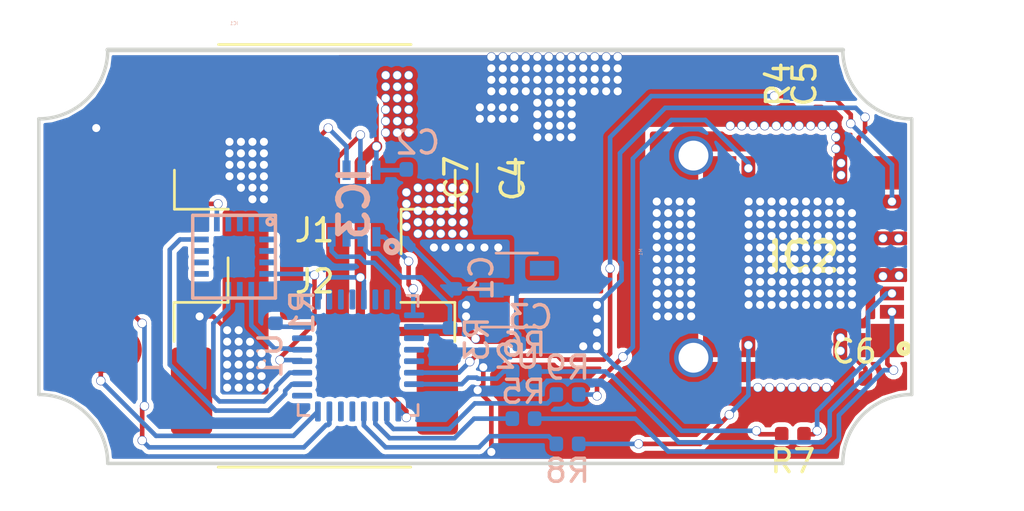
<source format=kicad_pcb>
(kicad_pcb (version 20171130) (host pcbnew 5.0.1-33cea8e~68~ubuntu16.04.1)
  (layers (0 F.Cu signal) (1 In1.Cu signal) (2 In2.Cu signal) (31 B.Cu signal) (34 B.Paste user) (35 F.Paste user) (36 B.SilkS user) (37 F.SilkS user) (38 B.Mask user) (39 F.Mask user) (44 Edge.Cuts user))
  (net 0 "")
  (net 1 GND)
  (net 2 +3V3)
  (net 3 +BATT)
  (net 4 FB)
  (net 5 "Net-(C6-Pad2)")
  (net 6 MOSI)
  (net 7 MISO)
  (net 8 "Net-(IC2-Pad1)")
  (net 9 "Net-(IC2-Pad2)")
  (net 10 "Net-(IC2-Pad3)")
  (net 11 OUT1)
  (net 12 "Net-(IC2-Pad16)")
  (net 13 "Net-(IC2-Pad26)")
  (net 14 OUT2)
  (net 15 "Net-(R1-Pad1)")
  (net 16 D1)
  (net 17 D2)
  (net 18 SCK)
  (net 19 SWDIO)
  (net 20 SWCLK)
  (net 21 ENC_CS)
  (net 22 "Net-(IC1-Pad1)")
  (net 23 "Net-(IC1-Pad2)")
  (net 24 "Net-(IC1-Pad3)")
  (net 25 "Net-(IC1-Pad6)")
  (net 26 "Net-(IC1-Pad10)")
  (net 27 "Net-(IC1-Pad11)")
  (net 28 "Net-(IC1-Pad14)")
  (net 29 "Net-(IC1-Pad15)")
  (net 30 "Net-(IC1-Pad16)")
  (net 31 "Net-(IC2-Pad5)")
  (net 32 "Net-(IC2-Pad7)")
  (net 33 "Net-(IC2-Pad9)")
  (net 34 "Net-(IC2-Pad17)")
  (net 35 "Net-(IC2-Pad21)")
  (net 36 "Net-(IC2-Pad25)")
  (net 37 "Net-(U1-Pad4)")
  (net 38 "Net-(U1-Pad7)")
  (net 39 IN2)
  (net 40 IN1)
  (net 41 "Net-(IC1-Pad9)")
  (net 42 "Net-(U1-Pad30)")
  (net 43 B)
  (net 44 A)
  (net 45 TX)
  (net 46 RX)
  (net 47 DIR)
  (net 48 "Net-(U2-Pad4)")
  (net 49 "Net-(U1-Pad2)")
  (net 50 "Net-(U1-Pad3)")
  (net 51 "Net-(U1-Pad6)")
  (net 52 "Net-(U1-Pad11)")
  (net 53 "Net-(U1-Pad12)")
  (net 54 "Net-(U1-Pad13)")
  (net 55 "Net-(U1-Pad22)")
  (net 56 "Net-(U1-Pad25)")
  (net 57 "Net-(U1-Pad21)")
  (module MC33926:QFN80P800X800X220-33N (layer F.Cu) (at 33.29 9 180)
    (fp_text reference IC2 (at 0 0 180) (layer F.SilkS) (effects (font (size 1.27 1.27) (thickness 0.254))))
    (fp_text value MC33926PNB hide)
    (pad 2 smd rect (at -3.85 -2.4 270) (size 0.6 1.05) (layers F.Cu F.Paste F.Mask) (net 9 "Net-(IC2-Pad2)"))
    (pad 3 smd rect (at -3.85 -1.6 270) (size 0.6 1.05) (layers F.Cu F.Paste F.Mask) (net 10 "Net-(IC2-Pad3)"))
    (pad 4 smd rect (at -3.85 -0.8 270) (size 0.6 1.05) (layers F.Cu F.Paste F.Mask) (net 3 +BATT))
    (pad 5 smd rect (at -3.85 0 270) (size 0.6 1.05) (layers F.Cu F.Paste F.Mask) (net 31 "Net-(IC2-Pad5)"))
    (pad 6 smd rect (at -3.85 0.8 270) (size 0.6 1.05) (layers F.Cu F.Paste F.Mask) (net 3 +BATT))
    (pad 7 smd rect (at -3.85 1.6 270) (size 0.6 1.05) (layers F.Cu F.Paste F.Mask) (net 32 "Net-(IC2-Pad7)"))
    (pad 8 smd rect (at -3.85 2.4 270) (size 0.6 1.05) (layers F.Cu F.Paste F.Mask) (net 4 FB))
    (pad 9 smd rect (at -3.65 3.65 180) (size 1.45 1.45) (layers F.Cu F.Paste F.Mask) (net 33 "Net-(IC2-Pad9)"))
    (pad 10 smd rect (at -2.4 3.85 180) (size 0.6 1.05) (layers F.Cu F.Paste F.Mask) (net 2 +3V3))
    (pad 11 smd rect (at -1.6 3.85 180) (size 0.6 1.05) (layers F.Cu F.Paste F.Mask) (net 3 +BATT))
    (pad 12 smd rect (at -0.8 3.85 180) (size 0.6 1.05) (layers F.Cu F.Paste F.Mask) (net 11 OUT1))
    (pad 13 smd rect (at 0 3.85 180) (size 0.6 1.05) (layers F.Cu F.Paste F.Mask) (net 11 OUT1))
    (pad 14 smd rect (at 0.8 3.85 180) (size 0.6 1.05) (layers F.Cu F.Paste F.Mask) (net 11 OUT1))
    (pad 15 smd rect (at 1.6 3.85 180) (size 0.6 1.05) (layers F.Cu F.Paste F.Mask) (net 11 OUT1))
    (pad 16 smd rect (at 2.4 3.85 180) (size 0.6 1.05) (layers F.Cu F.Paste F.Mask) (net 12 "Net-(IC2-Pad16)"))
    (pad 17 smd rect (at 3.65 3.65 270) (size 1.45 1.45) (layers F.Cu F.Paste F.Mask) (net 34 "Net-(IC2-Pad17)"))
    (pad 18 smd rect (at 3.85 2.4 270) (size 0.6 1.05) (layers F.Cu F.Paste F.Mask) (net 1 GND))
    (pad 19 smd rect (at 3.85 1.6 270) (size 0.6 1.05) (layers F.Cu F.Paste F.Mask) (net 1 GND))
    (pad 20 smd rect (at 3.85 0.8 270) (size 0.6 1.05) (layers F.Cu F.Paste F.Mask) (net 1 GND))
    (pad 21 smd rect (at 3.85 0 270) (size 0.6 1.05) (layers F.Cu F.Paste F.Mask) (net 35 "Net-(IC2-Pad21)"))
    (pad 22 smd rect (at 3.85 -0.8 270) (size 0.6 1.05) (layers F.Cu F.Paste F.Mask) (net 1 GND))
    (pad 23 smd rect (at 3.85 -1.6 270) (size 0.6 1.05) (layers F.Cu F.Paste F.Mask) (net 1 GND))
    (pad 24 smd rect (at 3.85 -2.4 270) (size 0.6 1.05) (layers F.Cu F.Paste F.Mask) (net 1 GND))
    (pad 25 smd rect (at 3.65 -3.65 180) (size 1.45 1.45) (layers F.Cu F.Paste F.Mask) (net 36 "Net-(IC2-Pad25)"))
    (pad 26 smd rect (at 2.4 -3.85 180) (size 0.6 1.05) (layers F.Cu F.Paste F.Mask) (net 13 "Net-(IC2-Pad26)"))
    (pad 27 smd rect (at 1.6 -3.85 180) (size 0.6 1.05) (layers F.Cu F.Paste F.Mask) (net 14 OUT2))
    (pad 28 smd rect (at 0.8 -3.85 180) (size 0.6 1.05) (layers F.Cu F.Paste F.Mask) (net 14 OUT2))
    (pad 29 smd rect (at 0 -3.85 180) (size 0.6 1.05) (layers F.Cu F.Paste F.Mask) (net 14 OUT2))
    (pad 30 smd rect (at -0.8 -3.85 180) (size 0.6 1.05) (layers F.Cu F.Paste F.Mask) (net 14 OUT2))
    (pad 31 smd rect (at -1.6 -3.85 180) (size 0.6 1.05) (layers F.Cu F.Paste F.Mask) (net 3 +BATT))
    (pad 33 smd rect (at 0 0 180) (size 5 5) (layers F.Cu F.Paste F.Mask) (net 1 GND))
    (pad 1 smd rect (at -3.65 -3.65 270) (size 1.45 1.45) (layers F.Cu F.Paste F.Mask) (net 8 "Net-(IC2-Pad1)"))
    (pad 32 smd rect (at -2.4 -3.85 180) (size 0.6 1.05) (layers F.Cu F.Paste F.Mask) (net 5 "Net-(C6-Pad2)"))
  )
  (module Connector_Molex:Molex_CLIK-Mate_502494-0470_1x04-1MP_P2.00mm_Horizontal (layer F.Cu) (at 12 12.9)
    (fp_text reference J1 (at 0 -5.05) (layer F.SilkS))
    (fp_text value Conn_01x04_Male)
    (pad 1 smd roundrect (at -3 -2.5) (size 1 2.7) (layers F.Cu F.Paste F.Mask) (net 1 GND))
    (pad 2 smd roundrect (at -1 -2.5) (size 1 2.7) (layers F.Cu F.Paste F.Mask) (net 44 A))
    (pad 3 smd roundrect (at 1 -2.5) (size 1 2.7) (layers F.Cu F.Paste F.Mask) (net 43 B))
    (pad 4 smd roundrect (at 3 -2.5) (size 1 2.7) (layers F.Cu F.Paste F.Mask) (net 3 +BATT))
    (pad MP smd roundrect (at -5.35 1.95) (size 1.8 3.8) (layers F.Cu F.Paste F.Mask) (roundrect_rratio 0.138889))
    (pad MP smd roundrect (at 5.35 1.95) (size 1.8 3.8) (layers F.Cu F.Paste F.Mask) (roundrect_rratio 0.138889))
  )
  (module Resistor_SMD:R_0402_1005Metric (layer B.Cu) (at 17.9 12.585 90)
    (fp_text reference R3 (at 0 1.17 90) (layer B.SilkS) (effects (justify mirror)))
    (fp_text value 10K)
    (pad 1 smd roundrect (at -0.485 0 90) (size 0.59 0.64) (layers B.Cu B.Paste B.Mask) (net 1 GND))
    (pad 2 smd roundrect (at 0.485 0 90) (size 0.59 0.64) (layers B.Cu B.Paste B.Mask) (net 47 DIR))
  )
  (module SN65HVD75DRBT:SON65P300X300X100-9N-D (layer B.Cu) (at 13.72108 6.68528 90)
    (fp_text reference IC3 (at 0 0 90) (layer B.SilkS) (effects (font (size 1.27 1.27) (thickness 0.254)) (justify mirror)))
    (fp_text value SN65HVD75DRBT hide)
    (pad 1 smd rect (at -1.45 0.975) (size 0.35 0.85) (layers B.Cu B.Paste B.Mask) (net 46 RX))
    (pad 2 smd rect (at -1.45 0.325) (size 0.35 0.85) (layers B.Cu B.Paste B.Mask) (net 47 DIR))
    (pad 3 smd rect (at -1.45 -0.325) (size 0.35 0.85) (layers B.Cu B.Paste B.Mask) (net 47 DIR))
    (pad 4 smd rect (at -1.45 -0.975) (size 0.35 0.85) (layers B.Cu B.Paste B.Mask) (net 45 TX))
    (pad 5 smd rect (at 1.45 -0.975) (size 0.35 0.85) (layers B.Cu B.Paste B.Mask) (net 1 GND))
    (pad 6 smd rect (at 1.45 -0.325) (size 0.35 0.85) (layers B.Cu B.Paste B.Mask) (net 44 A))
    (pad 7 smd rect (at 1.45 0.325) (size 0.35 0.85) (layers B.Cu B.Paste B.Mask) (net 43 B))
    (pad 8 smd rect (at 1.45 0.975) (size 0.35 0.85) (layers B.Cu B.Paste B.Mask) (net 2 +3V3))
    (pad 9 smd rect (at 0 0 90) (size 1.7 2.45) (layers B.Cu B.Paste B.Mask) (net 1 GND))
  )
  (module Package_TO_SOT_SMD:SOT-23-5 (layer B.Cu) (at 20.80768 10.45464)
    (fp_text reference U2 (at 0 2.9) (layer B.SilkS) (effects (justify mirror)))
    (fp_text value MIC5504-3.3YM5)
    (pad 1 smd rect (at -1.1 0.95) (size 1.06 0.65) (layers B.Cu B.Paste B.Mask) (net 3 +BATT))
    (pad 2 smd rect (at -1.1 0) (size 1.06 0.65) (layers B.Cu B.Paste B.Mask) (net 1 GND))
    (pad 3 smd rect (at -1.1 -0.95) (size 1.06 0.65) (layers B.Cu B.Paste B.Mask) (net 3 +BATT))
    (pad 4 smd rect (at 1.1 -0.95) (size 1.06 0.65) (layers B.Cu B.Paste B.Mask) (net 48 "Net-(U2-Pad4)"))
    (pad 5 smd rect (at 1.1 0.95) (size 1.06 0.65) (layers B.Cu B.Paste B.Mask) (net 2 +3V3))
  )
  (module Capacitor_SMD:C_0402_1005Metric (layer B.Cu) (at 18.1 9.915 90)
    (fp_text reference C1 (at 0 1.17 90) (layer B.SilkS) (effects (justify mirror)))
    (fp_text value C)
    (pad 1 smd roundrect (at -0.485 0 90) (size 0.59 0.64) (layers B.Cu B.Paste B.Mask) (net 1 GND))
    (pad 2 smd roundrect (at 0.485 0 90) (size 0.59 0.64) (layers B.Cu B.Paste B.Mask) (net 3 +BATT))
  )
  (module Capacitor_SMD:C_0402_1005Metric (layer B.Cu) (at 16.485 5.2 180)
    (fp_text reference C2 (at 0 1.17 180) (layer B.SilkS) (effects (justify mirror)))
    (fp_text value C)
    (pad 2 smd roundrect (at 0.485 0 180) (size 0.59 0.64) (layers B.Cu B.Paste B.Mask) (net 2 +3V3))
    (pad 1 smd roundrect (at -0.485 0 180) (size 0.59 0.64) (layers B.Cu B.Paste B.Mask) (net 1 GND))
  )
  (module Capacitor_SMD:C_0402_1005Metric (layer B.Cu) (at 21.4 12.8 180)
    (fp_text reference C3 (at 0 1.17 180) (layer B.SilkS) (effects (justify mirror)))
    (fp_text value 1UF)
    (pad 2 smd roundrect (at 0.485 0 180) (size 0.59 0.64) (layers B.Cu B.Paste B.Mask) (net 1 GND))
    (pad 1 smd roundrect (at -0.485 0 180) (size 0.59 0.64) (layers B.Cu B.Paste B.Mask) (net 2 +3V3))
  )
  (module Capacitor_SMD:C_0402_1005Metric (layer F.Cu) (at 21.8 5.6 90)
    (fp_text reference C4 (at 0 -1.17 90) (layer F.SilkS))
    (fp_text value 0.1UF)
    (pad 1 smd roundrect (at -0.485 0 90) (size 0.59 0.64) (layers F.Cu F.Paste F.Mask) (net 3 +BATT))
    (pad 2 smd roundrect (at 0.485 0 90) (size 0.59 0.64) (layers F.Cu F.Paste F.Mask) (net 1 GND))
  )
  (module Capacitor_SMD:C_0402_1005Metric (layer F.Cu) (at 34.5 1.485 90)
    (fp_text reference C5 (at 0 -1.17 90) (layer F.SilkS))
    (fp_text value 1uf)
    (pad 2 smd roundrect (at 0.485 0 90) (size 0.59 0.64) (layers F.Cu F.Paste F.Mask) (net 1 GND))
    (pad 1 smd roundrect (at -0.485 0 90) (size 0.59 0.64) (layers F.Cu F.Paste F.Mask) (net 4 FB))
  )
  (module Capacitor_SMD:C_0402_1005Metric (layer F.Cu) (at 35.5 14.3)
    (fp_text reference C6 (at 0 -1.17) (layer F.SilkS))
    (fp_text value 33nf)
    (pad 1 smd roundrect (at -0.485 0) (size 0.59 0.64) (layers F.Cu F.Paste F.Mask) (net 3 +BATT))
    (pad 2 smd roundrect (at 0.485 0) (size 0.59 0.64) (layers F.Cu F.Paste F.Mask) (net 5 "Net-(C6-Pad2)"))
  )
  (module Capacitor_SMD:C_1206_3216Metric (layer F.Cu) (at 19.99488 5.56768 90)
    (fp_text reference C7 (at 0 -1.82 90) (layer F.SilkS))
    (fp_text value 47UF)
    (pad 1 smd roundrect (at -1.4 0 90) (size 1.25 1.75) (layers F.Cu F.Paste F.Mask) (roundrect_rratio 0.2) (net 3 +BATT))
    (pad 2 smd roundrect (at 1.4 0 90) (size 1.25 1.75) (layers F.Cu F.Paste F.Mask) (roundrect_rratio 0.2) (net 1 GND))
  )
  (module MA702:MA702 (layer B.Cu) (at 8.5 9 180)
    (fp_text reference IC1 (at 0 10.16 180) (layer B.SilkS) (effects (font (size 0.15 0.15) (thickness 0.02)) (justify mirror)))
    (fp_text value MA702)
    (pad 16 smd rect (at -0.75 1.45 180) (size 0.25 0.7) (layers B.Cu B.Paste B.Mask) (net 30 "Net-(IC1-Pad16)"))
    (pad 15 smd rect (at -0.25 1.45 180) (size 0.25 0.7) (layers B.Cu B.Paste B.Mask) (net 29 "Net-(IC1-Pad15)"))
    (pad 14 smd rect (at 0.25 1.45 180) (size 0.25 0.7) (layers B.Cu B.Paste B.Mask) (net 28 "Net-(IC1-Pad14)"))
    (pad 13 smd rect (at 0.75 1.45 180) (size 0.25 0.7) (layers B.Cu B.Paste B.Mask) (net 2 +3V3))
    (pad 12 smd rect (at 1.45 0.75 180) (size 0.7 0.25) (layers B.Cu B.Paste B.Mask) (net 18 SCK))
    (pad 11 smd rect (at 1.45 0.25 180) (size 0.7 0.25) (layers B.Cu B.Paste B.Mask) (net 27 "Net-(IC1-Pad11)"))
    (pad 10 smd rect (at 1.45 -0.25 180) (size 0.7 0.25) (layers B.Cu B.Paste B.Mask) (net 26 "Net-(IC1-Pad10)"))
    (pad 9 smd rect (at 1.45 -0.75 180) (size 0.7 0.25) (layers B.Cu B.Paste B.Mask) (net 41 "Net-(IC1-Pad9)"))
    (pad 8 smd rect (at 0.75 -1.45 180) (size 0.25 0.7) (layers B.Cu B.Paste B.Mask) (net 1 GND))
    (pad 7 smd rect (at 0.25 -1.45 180) (size 0.25 0.7) (layers B.Cu B.Paste B.Mask) (net 7 MISO))
    (pad 6 smd rect (at -0.25 -1.45 180) (size 0.25 0.7) (layers B.Cu B.Paste B.Mask) (net 25 "Net-(IC1-Pad6)"))
    (pad 5 smd rect (at -0.75 -1.45 180) (size 0.25 0.7) (layers B.Cu B.Paste B.Mask) (net 21 ENC_CS))
    (pad 4 smd rect (at -1.45 -0.75 180) (size 0.7 0.25) (layers B.Cu B.Paste B.Mask) (net 6 MOSI))
    (pad 3 smd rect (at -1.45 -0.25 180) (size 0.7 0.25) (layers B.Cu B.Paste B.Mask) (net 24 "Net-(IC1-Pad3)"))
    (pad 2 smd rect (at -1.45 0.25 180) (size 0.7 0.25) (layers B.Cu B.Paste B.Mask) (net 23 "Net-(IC1-Pad2)"))
    (pad 1 smd rect (at -1.45 0.75 180) (size 0.7 0.25) (layers B.Cu B.Paste B.Mask) (net 22 "Net-(IC1-Pad1)"))
    (pad 17 smd rect (at 0 0 180) (size 1.7 1.7) (layers B.Cu B.Paste B.Mask) (net 1 GND))
  )
  (module Connector_Molex:Molex_CLIK-Mate_502494-0470_1x04-1MP_P2.00mm_Horizontal (layer F.Cu) (at 12.0142 5.02412 180)
    (fp_text reference J2 (at 0 -5.05 180) (layer F.SilkS))
    (fp_text value Conn_01x04_Male)
    (pad MP smd roundrect (at 5.35 1.95 180) (size 1.8 3.8) (layers F.Cu F.Paste F.Mask) (roundrect_rratio 0.138889))
    (pad MP smd roundrect (at -5.35 1.95 180) (size 1.8 3.8) (layers F.Cu F.Paste F.Mask) (roundrect_rratio 0.139) (net 3 +BATT))
    (pad 4 smd roundrect (at 3 -2.5 180) (size 1 2.7) (layers F.Cu F.Paste F.Mask) (net 1 GND))
    (pad 3 smd roundrect (at 1 -2.5 180) (size 1 2.7) (layers F.Cu F.Paste F.Mask) (net 44 A))
    (pad 2 smd roundrect (at -1 -2.5 180) (size 1 2.7) (layers F.Cu F.Paste F.Mask) (net 43 B))
    (pad 1 smd roundrect (at -3 -2.5 180) (size 1 2.7) (layers F.Cu F.Paste F.Mask) (net 3 +BATT))
  )
  (module pads1x4:1x4Pads (layer F.Cu) (at 2.73304 9.05624 270)
    (fp_text reference J3 (at 0.254 -3.818 270) (layer F.SilkS) (effects (font (size 0 0))))
    (fp_text value Conn_01x04_Male)
    (pad 1 smd oval (at -4 0 270) (size 2 3.5) (layers F.Cu F.Paste F.Mask) (net 1 GND))
    (pad 2 smd oval (at -1.5 0 270) (size 2 3.5) (layers F.Cu F.Paste F.Mask) (net 2 +3V3))
    (pad 3 smd oval (at 1.5 0 270) (size 2 3.5) (layers F.Cu F.Paste F.Mask) (net 19 SWDIO))
    (pad 4 smd oval (at 4 0 270) (size 2 3.5) (layers F.Cu F.Paste F.Mask) (net 20 SWCLK))
  )
  (module hv5932mgMotor:hv5932mgMotor (layer F.Cu) (at 28.5 9 90)
    (fp_text reference M1 (at 0.2 -2.3 90) (layer B.SilkS) (effects (font (size 0.15 0.15) (thickness 0.02)) (justify mirror)))
    (fp_text value Motor_DC)
    (pad 2 thru_hole circle (at 4.4 0 90) (size 1.7 1.7) (drill 1.3) (layers *.Cu *.Mask) (net 11 OUT1))
    (pad 1 thru_hole circle (at -4.4 0 90) (size 1.7 1.7) (drill 1.3) (layers *.Cu *.Mask) (net 14 OUT2))
  )
  (module Resistor_SMD:R_0402_1005Metric (layer B.Cu) (at 10.3 11.415 90)
    (fp_text reference R1 (at 0 1.17 90) (layer B.SilkS) (effects (justify mirror)))
    (fp_text value 100k)
    (pad 1 smd roundrect (at -0.485 0 90) (size 0.59 0.64) (layers B.Cu B.Paste B.Mask) (net 15 "Net-(R1-Pad1)"))
    (pad 2 smd roundrect (at 0.485 0 90) (size 0.59 0.64) (layers B.Cu B.Paste B.Mask) (net 1 GND))
  )
  (module Resistor_SMD:R_0402_1005Metric (layer F.Cu) (at 33.35 1.5 90)
    (fp_text reference R4 (at 0 -1.17 90) (layer F.SilkS))
    (fp_text value 220)
    (pad 2 smd roundrect (at 0.485 0 90) (size 0.59 0.64) (layers F.Cu F.Paste F.Mask) (net 1 GND))
    (pad 1 smd roundrect (at -0.485 0 90) (size 0.59 0.64) (layers F.Cu F.Paste F.Mask) (net 4 FB))
  )
  (module Resistor_SMD:R_0402_1005Metric (layer B.Cu) (at 21.1 16.05 180)
    (fp_text reference R5 (at 0 1.17 180) (layer B.SilkS) (effects (justify mirror)))
    (fp_text value 1k)
    (pad 2 smd roundrect (at 0.485 0 180) (size 0.59 0.64) (layers B.Cu B.Paste B.Mask) (net 39 IN2))
    (pad 1 smd roundrect (at -0.485 0 180) (size 0.59 0.64) (layers B.Cu B.Paste B.Mask) (net 8 "Net-(IC2-Pad1)"))
  )
  (module Resistor_SMD:R_0402_1005Metric (layer B.Cu) (at 21.115 14 180)
    (fp_text reference R6 (at 0 1.17 180) (layer B.SilkS) (effects (justify mirror)))
    (fp_text value 1k)
    (pad 1 smd roundrect (at -0.485 0 180) (size 0.59 0.64) (layers B.Cu B.Paste B.Mask) (net 9 "Net-(IC2-Pad2)"))
    (pad 2 smd roundrect (at 0.485 0 180) (size 0.59 0.64) (layers B.Cu B.Paste B.Mask) (net 40 IN1))
  )
  (module Resistor_SMD:R_0402_1005Metric (layer F.Cu) (at 32.825 16.73 180)
    (fp_text reference R7 (at 0 -1.17 180) (layer F.SilkS))
    (fp_text value 1k)
    (pad 1 smd roundrect (at -0.485 0 180) (size 0.59 0.64) (layers F.Cu F.Paste F.Mask) (net 10 "Net-(IC2-Pad3)"))
    (pad 2 smd roundrect (at 0.485 0 180) (size 0.59 0.64) (layers F.Cu F.Paste F.Mask) (net 2 +3V3))
  )
  (module Resistor_SMD:R_0402_1005Metric (layer B.Cu) (at 23.015 17.15)
    (fp_text reference R8 (at 0 1.17) (layer B.SilkS) (effects (justify mirror)))
    (fp_text value 1k)
    (pad 1 smd roundrect (at -0.485 0) (size 0.59 0.64) (layers B.Cu B.Paste B.Mask) (net 16 D1))
    (pad 2 smd roundrect (at 0.485 0) (size 0.59 0.64) (layers B.Cu B.Paste B.Mask) (net 13 "Net-(IC2-Pad26)"))
  )
  (module Resistor_SMD:R_0402_1005Metric (layer B.Cu) (at 23.015 15 180)
    (fp_text reference R9 (at 0 1.17 180) (layer B.SilkS) (effects (justify mirror)))
    (fp_text value 1k)
    (pad 2 smd roundrect (at 0.485 0 180) (size 0.59 0.64) (layers B.Cu B.Paste B.Mask) (net 17 D2))
    (pad 1 smd roundrect (at -0.485 0 180) (size 0.59 0.64) (layers B.Cu B.Paste B.Mask) (net 12 "Net-(IC2-Pad16)"))
  )
  (module Package_DFN_QFN:QFN-32-1EP_5x5mm_P0.5mm_EP3.45x3.45mm (layer B.Cu) (at 13.9 13.3 270)
    (fp_text reference U1 (at 0 3.82 270) (layer B.SilkS) (effects (justify mirror)))
    (fp_text value STM32L432KCUx)
    (pad 33 smd roundrect (at 0 0 270) (size 3.45 3.45) (layers B.Cu B.Mask) (roundrect_rratio 0.072464) (net 1 GND))
    (pad 1 smd roundrect (at -2.4375 1.75 270) (size 0.875 0.25) (layers B.Cu B.Paste B.Mask) (net 2 +3V3))
    (pad 2 smd roundrect (at -2.4375 1.25 270) (size 0.875 0.25) (layers B.Cu B.Paste B.Mask) (net 49 "Net-(U1-Pad2)"))
    (pad 3 smd roundrect (at -2.4375 0.75 270) (size 0.875 0.25) (layers B.Cu B.Paste B.Mask) (net 50 "Net-(U1-Pad3)"))
    (pad 4 smd roundrect (at -2.4375 0.25 270) (size 0.875 0.25) (layers B.Cu B.Paste B.Mask) (net 37 "Net-(U1-Pad4)"))
    (pad 5 smd roundrect (at -2.4375 -0.25 270) (size 0.875 0.25) (layers B.Cu B.Paste B.Mask) (net 2 +3V3))
    (pad 6 smd roundrect (at -2.4375 -0.75 270) (size 0.875 0.25) (layers B.Cu B.Paste B.Mask) (net 51 "Net-(U1-Pad6)"))
    (pad 7 smd roundrect (at -2.4375 -1.25 270) (size 0.875 0.25) (layers B.Cu B.Paste B.Mask) (net 38 "Net-(U1-Pad7)"))
    (pad 8 smd roundrect (at -2.4375 -1.75 270) (size 0.875 0.25) (layers B.Cu B.Paste B.Mask) (net 45 TX))
    (pad 9 smd roundrect (at -1.75 -2.4375 270) (size 0.25 0.875) (layers B.Cu B.Paste B.Mask) (net 46 RX))
    (pad 10 smd roundrect (at -1.25 -2.4375 270) (size 0.25 0.875) (layers B.Cu B.Paste B.Mask) (net 47 DIR))
    (pad 11 smd roundrect (at -0.75 -2.4375 270) (size 0.25 0.875) (layers B.Cu B.Paste B.Mask) (net 52 "Net-(U1-Pad11)"))
    (pad 12 smd roundrect (at -0.25 -2.4375 270) (size 0.25 0.875) (layers B.Cu B.Paste B.Mask) (net 53 "Net-(U1-Pad12)"))
    (pad 13 smd roundrect (at 0.25 -2.4375 270) (size 0.25 0.875) (layers B.Cu B.Paste B.Mask) (net 54 "Net-(U1-Pad13)"))
    (pad 14 smd roundrect (at 0.75 -2.4375 270) (size 0.25 0.875) (layers B.Cu B.Paste B.Mask) (net 4 FB))
    (pad 15 smd roundrect (at 1.25 -2.4375 270) (size 0.25 0.875) (layers B.Cu B.Paste B.Mask) (net 40 IN1))
    (pad 16 smd roundrect (at 1.75 -2.4375 270) (size 0.25 0.875) (layers B.Cu B.Paste B.Mask) (net 1 GND))
    (pad 17 smd roundrect (at 2.4375 -1.75 270) (size 0.875 0.25) (layers B.Cu B.Paste B.Mask) (net 2 +3V3))
    (pad 18 smd roundrect (at 2.4375 -1.25 270) (size 0.875 0.25) (layers B.Cu B.Paste B.Mask) (net 17 D2))
    (pad 19 smd roundrect (at 2.4375 -0.75 270) (size 0.875 0.25) (layers B.Cu B.Paste B.Mask) (net 39 IN2))
    (pad 20 smd roundrect (at 2.4375 -0.25 270) (size 0.875 0.25) (layers B.Cu B.Paste B.Mask) (net 16 D1))
    (pad 21 smd roundrect (at 2.4375 0.25 270) (size 0.875 0.25) (layers B.Cu B.Paste B.Mask) (net 57 "Net-(U1-Pad21)"))
    (pad 22 smd roundrect (at 2.4375 0.75 270) (size 0.875 0.25) (layers B.Cu B.Paste B.Mask) (net 55 "Net-(U1-Pad22)"))
    (pad 23 smd roundrect (at 2.4375 1.25 270) (size 0.875 0.25) (layers B.Cu B.Paste B.Mask) (net 19 SWDIO))
    (pad 24 smd roundrect (at 2.4375 1.75 270) (size 0.875 0.25) (layers B.Cu B.Paste B.Mask) (net 20 SWCLK))
    (pad 25 smd roundrect (at 1.75 2.4375 270) (size 0.25 0.875) (layers B.Cu B.Paste B.Mask) (net 56 "Net-(U1-Pad25)"))
    (pad 26 smd roundrect (at 1.25 2.4375 270) (size 0.25 0.875) (layers B.Cu B.Paste B.Mask) (net 18 SCK))
    (pad 27 smd roundrect (at 0.75 2.4375 270) (size 0.25 0.875) (layers B.Cu B.Paste B.Mask) (net 7 MISO))
    (pad 28 smd roundrect (at 0.25 2.4375 270) (size 0.25 0.875) (layers B.Cu B.Paste B.Mask) (net 6 MOSI))
    (pad 29 smd roundrect (at -0.25 2.4375 270) (size 0.25 0.875) (layers B.Cu B.Paste B.Mask) (net 21 ENC_CS))
    (pad 30 smd roundrect (at -0.75 2.4375 270) (size 0.25 0.875) (layers B.Cu B.Paste B.Mask) (net 42 "Net-(U1-Pad30)"))
    (pad 31 smd roundrect (at -1.25 2.4375 270) (size 0.25 0.875) (layers B.Cu B.Paste B.Mask) (net 15 "Net-(R1-Pad1)"))
    (pad 32 smd roundrect (at -1.75 2.4375 270) (size 0.25 0.875) (layers B.Cu B.Paste B.Mask) (net 1 GND))
  )
  (gr_arc (start 38 0) (end 35 0) (angle -90) (layer Edge.Cuts) (width 0.15))
  (gr_arc (start 38 18) (end 35 18) (angle 90) (layer Edge.Cuts) (width 0.15))
  (gr_arc (start 0 18) (end 3 18) (angle -90) (layer Edge.Cuts) (width 0.15))
  (gr_arc (start 0 0) (end 3 0) (angle 90) (layer Edge.Cuts) (width 0.15))
  (gr_line (start 38 3) (end 38 15) (layer Edge.Cuts) (width 0.15))
  (gr_line (start 3 18) (end 35 18) (layer Edge.Cuts) (width 0.15))
  (gr_line (start 0 3) (end 0 15) (layer Edge.Cuts) (width 0.15))
  (gr_line (start 3 0) (end 35 0) (layer Edge.Cuts) (width 0.2))
  (via (at 34.9 13.1) (size 0.4) (drill 0.35) (layers F.Cu B.Cu) (net 3))
  (via (at 34.9 12.525) (size 0.4) (drill 0.35) (layers F.Cu B.Cu) (net 3))
  (via (at 37.45 9.825) (size 0.4) (drill 0.35) (layers F.Cu B.Cu) (net 3))
  (via (at 36.75 9.85) (size 0.4) (drill 0.35) (layers F.Cu B.Cu) (net 3))
  (via (at 37.425 8.2) (size 0.4) (drill 0.35) (layers F.Cu B.Cu) (net 3))
  (via (at 36.75 8.2) (size 0.4) (drill 0.35) (layers F.Cu B.Cu) (net 3))
  (via (at 34.925 4.925) (size 0.4) (drill 0.35) (layers F.Cu B.Cu) (net 3))
  (via (at 34.925 5.45) (size 0.4) (drill 0.35) (layers F.Cu B.Cu) (net 3))
  (via (at 35.4 11.1) (size 0.4) (drill 0.35) (layers F.Cu B.Cu) (net 1))
  (via (at 35.4 10.6) (size 0.4) (drill 0.35) (layers F.Cu B.Cu) (net 1))
  (segment (start 10.8425 10.93) (end 11.4625 11.55) (width 0.2) (layer B.Cu) (net 1))
  (segment (start 10.3 10.93) (end 10.8425 10.93) (width 0.2) (layer B.Cu) (net 1))
  (via (at 8.2 12.2) (size 0.4) (drill 0.35) (layers F.Cu B.Cu) (net 1))
  (via (at 8.7 12.2) (size 0.4) (drill 0.35) (layers F.Cu B.Cu) (net 1))
  (via (at 8.2 12.7) (size 0.4) (drill 0.35) (layers F.Cu B.Cu) (net 1))
  (via (at 8.7 12.7) (size 0.4) (drill 0.35) (layers F.Cu B.Cu) (net 1))
  (via (at 8.2 13.2) (size 0.4) (drill 0.35) (layers F.Cu B.Cu) (net 1))
  (via (at 8.7 13.2) (size 0.4) (drill 0.35) (layers F.Cu B.Cu) (net 1))
  (via (at 9.2 13.2) (size 0.4) (drill 0.35) (layers F.Cu B.Cu) (net 1))
  (via (at 8.2 13.7) (size 0.4) (drill 0.35) (layers F.Cu B.Cu) (net 1))
  (via (at 8.7 13.7) (size 0.4) (drill 0.35) (layers F.Cu B.Cu) (net 1))
  (via (at 9.7 13.7) (size 0.4) (drill 0.35) (layers F.Cu B.Cu) (net 1))
  (via (at 9.2 13.7) (size 0.4) (drill 0.35) (layers F.Cu B.Cu) (net 1))
  (via (at 9.2 14.2) (size 0.4) (drill 0.35) (layers F.Cu B.Cu) (net 1))
  (via (at 8.2 14.2) (size 0.4) (drill 0.35) (layers F.Cu B.Cu) (net 1))
  (via (at 9.7 14.2) (size 0.4) (drill 0.35) (layers F.Cu B.Cu) (net 1))
  (via (at 8.7 14.2) (size 0.4) (drill 0.35) (layers F.Cu B.Cu) (net 1))
  (via (at 8.7 14.7) (size 0.4) (drill 0.35) (layers F.Cu B.Cu) (net 1))
  (via (at 9.2 14.7) (size 0.4) (drill 0.35) (layers F.Cu B.Cu) (net 1))
  (via (at 8.2 14.7) (size 0.4) (drill 0.35) (layers F.Cu B.Cu) (net 1))
  (via (at 9.8 6.5) (size 0.4) (drill 0.35) (layers F.Cu B.Cu) (net 1))
  (via (at 8.8 4) (size 0.4) (drill 0.35) (layers F.Cu B.Cu) (net 1))
  (via (at 9.3 4.5) (size 0.4) (drill 0.35) (layers F.Cu B.Cu) (net 1))
  (via (at 9.8 5.5) (size 0.4) (drill 0.35) (layers F.Cu B.Cu) (net 1))
  (via (at 8.8 6) (size 0.4) (drill 0.35) (layers F.Cu B.Cu) (net 1))
  (via (at 9.3 6.5) (size 0.4) (drill 0.35) (layers F.Cu B.Cu) (net 1))
  (via (at 9.3 5.5) (size 0.4) (drill 0.35) (layers F.Cu B.Cu) (net 1))
  (via (at 9.3 4) (size 0.4) (drill 0.35) (layers F.Cu B.Cu) (net 1))
  (via (at 9.8 4) (size 0.4) (drill 0.35) (layers F.Cu B.Cu) (net 1))
  (via (at 9.8 6) (size 0.4) (drill 0.35) (layers F.Cu B.Cu) (net 1))
  (via (at 8.8 4.5) (size 0.4) (drill 0.35) (layers F.Cu B.Cu) (net 1))
  (via (at 8.8 5) (size 0.4) (drill 0.35) (layers F.Cu B.Cu) (net 1))
  (via (at 9.3 6) (size 0.4) (drill 0.35) (layers F.Cu B.Cu) (net 1))
  (via (at 9.8 5) (size 0.4) (drill 0.35) (layers F.Cu B.Cu) (net 1))
  (via (at 8.8 5.5) (size 0.4) (drill 0.35) (layers F.Cu B.Cu) (net 1))
  (via (at 9.8 4.5) (size 0.4) (drill 0.35) (layers F.Cu B.Cu) (net 1))
  (via (at 9.3 5) (size 0.4) (drill 0.35) (layers F.Cu B.Cu) (net 1))
  (via (at 9.696439 14.696439) (size 0.4) (drill 0.35) (layers F.Cu B.Cu) (net 1))
  (via (at 9.196439 12.703561) (size 0.4) (drill 0.35) (layers F.Cu B.Cu) (net 1))
  (via (at 9.696439 13.203561) (size 0.4) (drill 0.35) (layers F.Cu B.Cu) (net 1))
  (segment (start 18.1 10.4) (end 16.3 8.6) (width 0.2) (layer B.Cu) (net 1))
  (segment (start 16.3 8.6) (end 16.3 8.5) (width 0.2) (layer B.Cu) (net 1))
  (segment (start 15.59999 14.99999) (end 13.9 13.3) (width 0.2) (layer B.Cu) (net 1))
  (segment (start 16.28749 14.99999) (end 15.59999 14.99999) (width 0.2) (layer B.Cu) (net 1))
  (segment (start 16.3375 15.05) (end 16.28749 14.99999) (width 0.2) (layer B.Cu) (net 1))
  (segment (start 11.51251 11.60001) (end 12.20001 11.60001) (width 0.2) (layer B.Cu) (net 1))
  (segment (start 12.20001 11.60001) (end 13.9 13.3) (width 0.2) (layer B.Cu) (net 1))
  (segment (start 11.4625 11.55) (end 11.51251 11.60001) (width 0.2) (layer B.Cu) (net 1))
  (segment (start 2.73304 3.63304) (end 2.5 3.4) (width 0.2) (layer F.Cu) (net 1))
  (via (at 2.5 3.4) (size 0.4) (drill 0.35) (layers F.Cu B.Cu) (net 1))
  (segment (start 2.73304 5.05624) (end 2.73304 3.63304) (width 0.2) (layer F.Cu) (net 1))
  (segment (start 9.0142 10.4794) (end 8.9888 10.5048) (width 1) (layer F.Cu) (net 1))
  (segment (start 9.0142 7.52412) (end 9.0142 10.4794) (width 1) (layer F.Cu) (net 1))
  (segment (start 7.75 9.75) (end 7.75 10.45) (width 0.2) (layer B.Cu) (net 1))
  (segment (start 8.5 9) (end 7.75 9.75) (width 0.2) (layer B.Cu) (net 1))
  (segment (start 7.75 10.675) (end 7.225 11.2) (width 0.2) (layer B.Cu) (net 1))
  (segment (start 7.75 10.45) (end 7.75 10.675) (width 0.2) (layer B.Cu) (net 1))
  (via (at 7 11.6) (size 0.4) (drill 0.35) (layers F.Cu B.Cu) (net 1))
  (segment (start 7.225 11.375) (end 7 11.6) (width 0.2) (layer B.Cu) (net 1))
  (segment (start 7.225 11.2) (end 7.225 11.375) (width 0.2) (layer B.Cu) (net 1))
  (segment (start 7.6 11.6) (end 8.2 12.2) (width 0.2) (layer F.Cu) (net 1))
  (segment (start 7 11.6) (end 7.6 11.6) (width 0.2) (layer F.Cu) (net 1))
  (via (at 8.3 5.5) (size 0.4) (drill 0.35) (layers F.Cu B.Cu) (net 1))
  (via (at 8.3 5) (size 0.4) (drill 0.35) (layers F.Cu B.Cu) (net 1))
  (via (at 8.3 4.5) (size 0.4) (drill 0.35) (layers F.Cu B.Cu) (net 1))
  (via (at 8.3 4) (size 0.4) (drill 0.35) (layers F.Cu B.Cu) (net 1))
  (via (at 19.7 17.5) (size 0.4) (drill 0.35) (layers F.Cu B.Cu) (net 1))
  (segment (start 19.65304 10.4) (end 19.70768 10.45464) (width 0.2) (layer B.Cu) (net 1))
  (segment (start 18.1 10.4) (end 19.65304 10.4) (width 0.2) (layer B.Cu) (net 1))
  (segment (start 19.70768 10.45464) (end 20.73768 10.45464) (width 0.5) (layer B.Cu) (net 1))
  (segment (start 20.79232 10.4) (end 20.73768 10.45464) (width 0.5) (layer B.Cu) (net 1))
  (segment (start 20.915 12.38) (end 20.79232 12.25732) (width 0.2) (layer B.Cu) (net 1))
  (segment (start 20.915 12.8) (end 20.915 12.38) (width 0.2) (layer B.Cu) (net 1))
  (segment (start 20.79232 10.5) (end 20.79232 10.4) (width 0.2) (layer B.Cu) (net 1))
  (segment (start 20.79232 12.25732) (end 20.79232 10.5) (width 0.2) (layer B.Cu) (net 1))
  (via (at 19.2 2.5) (size 0.4) (drill 0.35) (layers F.Cu B.Cu) (net 1))
  (via (at 19.7 2.5) (size 0.4) (drill 0.35) (layers F.Cu B.Cu) (net 1))
  (via (at 20.2 2.5) (size 0.4) (drill 0.35) (layers F.Cu B.Cu) (net 1))
  (via (at 20.7 2.5) (size 0.4) (drill 0.35) (layers F.Cu B.Cu) (net 1))
  (via (at 19.2 3) (size 0.4) (drill 0.35) (layers F.Cu B.Cu) (net 1))
  (via (at 19.7 3) (size 0.4) (drill 0.35) (layers F.Cu B.Cu) (net 1))
  (via (at 20.2 3) (size 0.4) (drill 0.35) (layers F.Cu B.Cu) (net 1))
  (via (at 20.7 3) (size 0.4) (drill 0.35) (layers F.Cu B.Cu) (net 1))
  (via (at 26.9 6.6) (size 0.4) (drill 0.35) (layers F.Cu B.Cu) (net 1))
  (via (at 27.4 6.6) (size 0.4) (drill 0.35) (layers F.Cu B.Cu) (net 1))
  (via (at 27.9 6.6) (size 0.4) (drill 0.35) (layers F.Cu B.Cu) (net 1))
  (via (at 28.4 6.6) (size 0.4) (drill 0.35) (layers F.Cu B.Cu) (net 1))
  (via (at 28.4 7.6) (size 0.4) (drill 0.35) (layers F.Cu B.Cu) (net 1))
  (via (at 26.9 7.1) (size 0.4) (drill 0.35) (layers F.Cu B.Cu) (net 1))
  (via (at 27.4 7.1) (size 0.4) (drill 0.35) (layers F.Cu B.Cu) (net 1))
  (via (at 27.9 7.1) (size 0.4) (drill 0.35) (layers F.Cu B.Cu) (net 1))
  (via (at 27.4 7.6) (size 0.4) (drill 0.35) (layers F.Cu B.Cu) (net 1))
  (via (at 26.9 7.6) (size 0.4) (drill 0.35) (layers F.Cu B.Cu) (net 1))
  (via (at 27.9 7.6) (size 0.4) (drill 0.35) (layers F.Cu B.Cu) (net 1))
  (via (at 28.4 7.1) (size 0.4) (drill 0.35) (layers F.Cu B.Cu) (net 1))
  (via (at 28.4 8.6) (size 0.4) (drill 0.35) (layers F.Cu B.Cu) (net 1))
  (via (at 28.4 9.6) (size 0.4) (drill 0.35) (layers F.Cu B.Cu) (net 1))
  (via (at 26.9 8.1) (size 0.4) (drill 0.35) (layers F.Cu B.Cu) (net 1))
  (via (at 27.4 8.1) (size 0.4) (drill 0.35) (layers F.Cu B.Cu) (net 1))
  (via (at 26.9 9.6) (size 0.4) (drill 0.35) (layers F.Cu B.Cu) (net 1))
  (via (at 26.9 9.1) (size 0.4) (drill 0.35) (layers F.Cu B.Cu) (net 1))
  (via (at 27.9 9.1) (size 0.4) (drill 0.35) (layers F.Cu B.Cu) (net 1))
  (via (at 27.9 8.1) (size 0.4) (drill 0.35) (layers F.Cu B.Cu) (net 1))
  (via (at 27.4 8.6) (size 0.4) (drill 0.35) (layers F.Cu B.Cu) (net 1))
  (via (at 27.9 9.6) (size 0.4) (drill 0.35) (layers F.Cu B.Cu) (net 1))
  (via (at 26.9 8.6) (size 0.4) (drill 0.35) (layers F.Cu B.Cu) (net 1))
  (via (at 27.4 9.6) (size 0.4) (drill 0.35) (layers F.Cu B.Cu) (net 1))
  (via (at 28.4 9.1) (size 0.4) (drill 0.35) (layers F.Cu B.Cu) (net 1))
  (via (at 27.4 9.1) (size 0.4) (drill 0.35) (layers F.Cu B.Cu) (net 1))
  (via (at 27.9 8.6) (size 0.4) (drill 0.35) (layers F.Cu B.Cu) (net 1))
  (via (at 28.4 8.1) (size 0.4) (drill 0.35) (layers F.Cu B.Cu) (net 1))
  (via (at 28.4 11.1) (size 0.4) (drill 0.35) (layers F.Cu B.Cu) (net 1))
  (via (at 27.4 11.1) (size 0.4) (drill 0.35) (layers F.Cu B.Cu) (net 1))
  (via (at 26.9 10.6) (size 0.4) (drill 0.35) (layers F.Cu B.Cu) (net 1))
  (via (at 27.4 11.6) (size 0.4) (drill 0.35) (layers F.Cu B.Cu) (net 1))
  (via (at 28.4 11.6) (size 0.4) (drill 0.35) (layers F.Cu B.Cu) (net 1))
  (via (at 27.4 10.6) (size 0.4) (drill 0.35) (layers F.Cu B.Cu) (net 1))
  (via (at 27.4 10.1) (size 0.4) (drill 0.35) (layers F.Cu B.Cu) (net 1))
  (via (at 26.9 11.1) (size 0.4) (drill 0.35) (layers F.Cu B.Cu) (net 1))
  (via (at 28.4 10.6) (size 0.4) (drill 0.35) (layers F.Cu B.Cu) (net 1))
  (via (at 26.9 11.6) (size 0.4) (drill 0.35) (layers F.Cu B.Cu) (net 1))
  (via (at 26.9 10.1) (size 0.4) (drill 0.35) (layers F.Cu B.Cu) (net 1))
  (via (at 27.9 11.1) (size 0.4) (drill 0.35) (layers F.Cu B.Cu) (net 1))
  (via (at 27.9 10.1) (size 0.4) (drill 0.35) (layers F.Cu B.Cu) (net 1))
  (via (at 28.4 10.1) (size 0.4) (drill 0.35) (layers F.Cu B.Cu) (net 1))
  (via (at 32.4 7.1) (size 0.4) (drill 0.35) (layers F.Cu B.Cu) (net 1))
  (via (at 32.4 8.1) (size 0.4) (drill 0.35) (layers F.Cu B.Cu) (net 1))
  (via (at 30.9 9.1) (size 0.4) (drill 0.35) (layers F.Cu B.Cu) (net 1))
  (via (at 31.4 9.1) (size 0.4) (drill 0.35) (layers F.Cu B.Cu) (net 1))
  (via (at 31.4 8.6) (size 0.4) (drill 0.35) (layers F.Cu B.Cu) (net 1))
  (via (at 32.4 9.1) (size 0.4) (drill 0.35) (layers F.Cu B.Cu) (net 1))
  (via (at 30.9 8.1) (size 0.4) (drill 0.35) (layers F.Cu B.Cu) (net 1))
  (via (at 30.9 7.6) (size 0.4) (drill 0.35) (layers F.Cu B.Cu) (net 1))
  (via (at 31.9 7.6) (size 0.4) (drill 0.35) (layers F.Cu B.Cu) (net 1))
  (via (at 31.4 7.1) (size 0.4) (drill 0.35) (layers F.Cu B.Cu) (net 1))
  (via (at 30.9 8.6) (size 0.4) (drill 0.35) (layers F.Cu B.Cu) (net 1))
  (via (at 31.9 8.1) (size 0.4) (drill 0.35) (layers F.Cu B.Cu) (net 1))
  (via (at 30.9 7.1) (size 0.4) (drill 0.35) (layers F.Cu B.Cu) (net 1))
  (via (at 31.9 8.6) (size 0.4) (drill 0.35) (layers F.Cu B.Cu) (net 1))
  (via (at 31.4 8.1) (size 0.4) (drill 0.35) (layers F.Cu B.Cu) (net 1))
  (via (at 32.4 7.6) (size 0.4) (drill 0.35) (layers F.Cu B.Cu) (net 1))
  (via (at 31.4 7.6) (size 0.4) (drill 0.35) (layers F.Cu B.Cu) (net 1))
  (via (at 31.9 7.1) (size 0.4) (drill 0.35) (layers F.Cu B.Cu) (net 1))
  (via (at 31.9 9.1) (size 0.4) (drill 0.35) (layers F.Cu B.Cu) (net 1))
  (via (at 32.4 8.6) (size 0.4) (drill 0.35) (layers F.Cu B.Cu) (net 1))
  (via (at 32.4 6.6) (size 0.4) (drill 0.35) (layers F.Cu B.Cu) (net 1))
  (via (at 33.4 8.6) (size 0.4) (drill 0.35) (layers F.Cu B.Cu) (net 1))
  (via (at 33.4 7.6) (size 0.4) (drill 0.35) (layers F.Cu B.Cu) (net 1))
  (via (at 34.4 9.1) (size 0.4) (drill 0.35) (layers F.Cu B.Cu) (net 1))
  (via (at 33.4 9.1) (size 0.4) (drill 0.35) (layers F.Cu B.Cu) (net 1))
  (via (at 33.4 6.6) (size 0.4) (drill 0.35) (layers F.Cu B.Cu) (net 1))
  (via (at 33.9 7.1) (size 0.4) (drill 0.35) (layers F.Cu B.Cu) (net 1))
  (via (at 34.4 7.1) (size 0.4) (drill 0.35) (layers F.Cu B.Cu) (net 1))
  (via (at 32.9 7.6) (size 0.4) (drill 0.35) (layers F.Cu B.Cu) (net 1))
  (via (at 33.9 9.1) (size 0.4) (drill 0.35) (layers F.Cu B.Cu) (net 1))
  (via (at 32.9 6.6) (size 0.4) (drill 0.35) (layers F.Cu B.Cu) (net 1))
  (via (at 33.9 8.1) (size 0.4) (drill 0.35) (layers F.Cu B.Cu) (net 1))
  (via (at 33.9 7.6) (size 0.4) (drill 0.35) (layers F.Cu B.Cu) (net 1))
  (via (at 33.9 8.6) (size 0.4) (drill 0.35) (layers F.Cu B.Cu) (net 1))
  (via (at 34.4 8.6) (size 0.4) (drill 0.35) (layers F.Cu B.Cu) (net 1))
  (via (at 32.9 8.6) (size 0.4) (drill 0.35) (layers F.Cu B.Cu) (net 1))
  (via (at 33.4 7.1) (size 0.4) (drill 0.35) (layers F.Cu B.Cu) (net 1))
  (via (at 34.4 8.1) (size 0.4) (drill 0.35) (layers F.Cu B.Cu) (net 1))
  (via (at 33.4 8.1) (size 0.4) (drill 0.35) (layers F.Cu B.Cu) (net 1))
  (via (at 33.9 6.6) (size 0.4) (drill 0.35) (layers F.Cu B.Cu) (net 1))
  (via (at 32.9 9.1) (size 0.4) (drill 0.35) (layers F.Cu B.Cu) (net 1))
  (via (at 32.9 8.1) (size 0.4) (drill 0.35) (layers F.Cu B.Cu) (net 1))
  (via (at 34.4 6.6) (size 0.4) (drill 0.35) (layers F.Cu B.Cu) (net 1))
  (via (at 32.9 7.1) (size 0.4) (drill 0.35) (layers F.Cu B.Cu) (net 1))
  (via (at 34.4 7.6) (size 0.4) (drill 0.35) (layers F.Cu B.Cu) (net 1))
  (via (at 31.4 10.6) (size 0.4) (drill 0.35) (layers F.Cu B.Cu) (net 1))
  (via (at 32.4 9.6) (size 0.4) (drill 0.35) (layers F.Cu B.Cu) (net 1))
  (via (at 31.9 10.1) (size 0.4) (drill 0.35) (layers F.Cu B.Cu) (net 1))
  (via (at 32.9 10.1) (size 0.4) (drill 0.35) (layers F.Cu B.Cu) (net 1))
  (via (at 31.9 10.6) (size 0.4) (drill 0.35) (layers F.Cu B.Cu) (net 1))
  (via (at 31.4 9.6) (size 0.4) (drill 0.35) (layers F.Cu B.Cu) (net 1))
  (via (at 32.9 10.6) (size 0.4) (drill 0.35) (layers F.Cu B.Cu) (net 1))
  (via (at 30.9 9.6) (size 0.4) (drill 0.35) (layers F.Cu B.Cu) (net 1))
  (via (at 31.4 11.1) (size 0.4) (drill 0.35) (layers F.Cu B.Cu) (net 1))
  (via (at 33.4 9.6) (size 0.4) (drill 0.35) (layers F.Cu B.Cu) (net 1))
  (via (at 30.9 10.6) (size 0.4) (drill 0.35) (layers F.Cu B.Cu) (net 1))
  (via (at 33.4 10.1) (size 0.4) (drill 0.35) (layers F.Cu B.Cu) (net 1))
  (via (at 32.9 9.6) (size 0.4) (drill 0.35) (layers F.Cu B.Cu) (net 1))
  (via (at 32.9 11.1) (size 0.4) (drill 0.35) (layers F.Cu B.Cu) (net 1))
  (via (at 33.4 10.6) (size 0.4) (drill 0.35) (layers F.Cu B.Cu) (net 1))
  (via (at 32.4 10.6) (size 0.4) (drill 0.35) (layers F.Cu B.Cu) (net 1))
  (via (at 30.9 10.1) (size 0.4) (drill 0.35) (layers F.Cu B.Cu) (net 1))
  (via (at 33.4 11.1) (size 0.4) (drill 0.35) (layers F.Cu B.Cu) (net 1))
  (via (at 32.4 11.1) (size 0.4) (drill 0.35) (layers F.Cu B.Cu) (net 1))
  (via (at 31.9 11.1) (size 0.4) (drill 0.35) (layers F.Cu B.Cu) (net 1))
  (via (at 31.9 9.6) (size 0.4) (drill 0.35) (layers F.Cu B.Cu) (net 1))
  (via (at 31.4 10.1) (size 0.4) (drill 0.35) (layers F.Cu B.Cu) (net 1))
  (via (at 30.9 11.1) (size 0.4) (drill 0.35) (layers F.Cu B.Cu) (net 1))
  (via (at 32.4 10.1) (size 0.4) (drill 0.35) (layers F.Cu B.Cu) (net 1))
  (via (at 34.9 7.1) (size 0.4) (drill 0.35) (layers F.Cu B.Cu) (net 1))
  (via (at 34.9 7.6) (size 0.4) (drill 0.35) (layers F.Cu B.Cu) (net 1))
  (via (at 34.9 8.1) (size 0.4) (drill 0.35) (layers F.Cu B.Cu) (net 1))
  (via (at 35.4 7.6) (size 0.4) (drill 0.35) (layers F.Cu B.Cu) (net 1))
  (via (at 35.4 7.1) (size 0.4) (drill 0.35) (layers F.Cu B.Cu) (net 1))
  (via (at 35.4 8.1) (size 0.4) (drill 0.35) (layers F.Cu B.Cu) (net 1))
  (via (at 34.9 6.6) (size 0.4) (drill 0.35) (layers F.Cu B.Cu) (net 1))
  (via (at 34.9 8.6) (size 0.4) (drill 0.35) (layers F.Cu B.Cu) (net 1))
  (via (at 35.4 10.1) (size 0.4) (drill 0.35) (layers F.Cu B.Cu) (net 1))
  (via (at 35.4 9.1) (size 0.4) (drill 0.35) (layers F.Cu B.Cu) (net 1))
  (via (at 35.4 9.6) (size 0.4) (drill 0.35) (layers F.Cu B.Cu) (net 1))
  (via (at 35.4 8.6) (size 0.4) (drill 0.35) (layers F.Cu B.Cu) (net 1))
  (via (at 34.9 9.1) (size 0.4) (drill 0.35) (layers F.Cu B.Cu) (net 1))
  (via (at 33.9 11.1) (size 0.4) (drill 0.35) (layers F.Cu B.Cu) (net 1))
  (via (at 34.9 10.6) (size 0.4) (drill 0.35) (layers F.Cu B.Cu) (net 1))
  (via (at 33.9 10.1) (size 0.4) (drill 0.35) (layers F.Cu B.Cu) (net 1))
  (via (at 34.4 10.1) (size 0.4) (drill 0.35) (layers F.Cu B.Cu) (net 1))
  (via (at 34.9 9.6) (size 0.4) (drill 0.35) (layers F.Cu B.Cu) (net 1))
  (via (at 33.9 9.6) (size 0.4) (drill 0.35) (layers F.Cu B.Cu) (net 1))
  (via (at 34.4 11.1) (size 0.4) (drill 0.35) (layers F.Cu B.Cu) (net 1))
  (via (at 33.9 10.6) (size 0.4) (drill 0.35) (layers F.Cu B.Cu) (net 1))
  (via (at 34.9 11.1) (size 0.4) (drill 0.35) (layers F.Cu B.Cu) (net 1))
  (via (at 34.9 10.1) (size 0.4) (drill 0.35) (layers F.Cu B.Cu) (net 1))
  (via (at 34.4 9.6) (size 0.4) (drill 0.35) (layers F.Cu B.Cu) (net 1))
  (via (at 34.4 10.6) (size 0.4) (drill 0.35) (layers F.Cu B.Cu) (net 1))
  (via (at 31.9 6.6) (size 0.4) (drill 0.35) (layers F.Cu B.Cu) (net 1))
  (via (at 31.4 6.6) (size 0.4) (drill 0.35) (layers F.Cu B.Cu) (net 1))
  (via (at 30.9 6.6) (size 0.4) (drill 0.35) (layers F.Cu B.Cu) (net 1))
  (via (at 27.9 10.6) (size 0.4) (drill 0.35) (layers F.Cu B.Cu) (net 1))
  (via (at 27.9 11.6) (size 0.4) (drill 0.35) (layers F.Cu B.Cu) (net 1))
  (segment (start 33.365 1) (end 33.35 1.015) (width 0.4) (layer F.Cu) (net 1))
  (segment (start 34.5 1) (end 33.365 1) (width 0.4) (layer F.Cu) (net 1))
  (segment (start 18.758233 15.05) (end 18.998255 14.809978) (width 0.2) (layer B.Cu) (net 1))
  (segment (start 19.7 17.5) (end 19.7 15.407468) (width 0.2) (layer F.Cu) (net 1))
  (segment (start 19.349097 13.81001) (end 19.349097 14.563391) (width 0.2) (layer F.Cu) (net 1))
  (segment (start 19.302509 14.609979) (end 19.10251 14.809978) (width 0.2) (layer F.Cu) (net 1))
  (segment (start 19.349097 14.563391) (end 19.302509 14.609979) (width 0.2) (layer F.Cu) (net 1))
  (segment (start 18.998255 14.809978) (end 19.10251 14.809978) (width 0.2) (layer B.Cu) (net 1))
  (segment (start 19.549096 13.610011) (end 19.349097 13.81001) (width 0.2) (layer B.Cu) (net 1))
  (segment (start 19.302509 15.009977) (end 19.10251 14.809978) (width 0.2) (layer F.Cu) (net 1))
  (via (at 19.349097 13.81001) (size 0.4) (drill 0.35) (layers F.Cu B.Cu) (net 1))
  (segment (start 19.7 15.407468) (end 19.302509 15.009977) (width 0.2) (layer F.Cu) (net 1))
  (segment (start 16.3375 15.05) (end 18.758233 15.05) (width 0.2) (layer B.Cu) (net 1))
  (segment (start 20.359107 12.8) (end 19.549096 13.610011) (width 0.2) (layer B.Cu) (net 1))
  (segment (start 20.915 12.8) (end 20.359107 12.8) (width 0.2) (layer B.Cu) (net 1))
  (via (at 19.10251 14.809978) (size 0.4) (drill 0.35) (layers F.Cu B.Cu) (net 1))
  (segment (start 17.9 13.07) (end 19.07 13.07) (width 0.2) (layer B.Cu) (net 1))
  (segment (start 19.349097 13.349097) (end 19.349097 13.81001) (width 0.2) (layer B.Cu) (net 1))
  (segment (start 19.07 13.07) (end 19.349097 13.349097) (width 0.2) (layer B.Cu) (net 1))
  (segment (start 20.2172 5.115) (end 20.3 5.115) (width 0.2) (layer F.Cu) (net 1))
  (segment (start 19.99488 4.89268) (end 20.2172 5.115) (width 0.2) (layer F.Cu) (net 1))
  (segment (start 19.99488 4.16768) (end 19.99488 4.89268) (width 0.2) (layer F.Cu) (net 1))
  (segment (start 21.8 5.115) (end 20.3 5.115) (width 0.2) (layer F.Cu) (net 1))
  (segment (start 15.96472 5.23528) (end 16 5.2) (width 0.2) (layer B.Cu) (net 2))
  (segment (start 14.69608 5.23528) (end 15.96472 5.23528) (width 0.2) (layer B.Cu) (net 2))
  (segment (start 14.15 10.8625) (end 14.15 10.2) (width 0.2) (layer B.Cu) (net 2))
  (via (at 14 9.9) (size 0.4) (drill 0.35) (layers F.Cu B.Cu) (net 2))
  (segment (start 14.15 10.05) (end 14 9.9) (width 0.2) (layer B.Cu) (net 2))
  (segment (start 14.15 10.2) (end 14.15 10.05) (width 0.2) (layer B.Cu) (net 2))
  (segment (start 12.22499 10.337342) (end 12.662332 9.9) (width 0.2) (layer B.Cu) (net 2))
  (segment (start 12.662332 9.9) (end 14 9.9) (width 0.2) (layer B.Cu) (net 2))
  (segment (start 12.22499 10.78751) (end 12.22499 10.337342) (width 0.2) (layer B.Cu) (net 2))
  (segment (start 12.15 10.8625) (end 12.22499 10.78751) (width 0.2) (layer B.Cu) (net 2))
  (segment (start 14 9.9) (end 14 11.9) (width 0.4) (layer F.Cu) (net 2))
  (segment (start 14 11.9) (end 14.35481 12.25481) (width 0.4) (layer F.Cu) (net 2))
  (via (at 24.3 11.1) (size 0.4) (drill 0.35) (layers F.Cu B.Cu) (net 2))
  (via (at 24.3 11.7) (size 0.4) (drill 0.35) (layers F.Cu B.Cu) (net 2))
  (via (at 24.3 12.3) (size 0.4) (drill 0.35) (layers F.Cu B.Cu) (net 2))
  (via (at 23.7 12.9) (size 0.4) (drill 0.35) (layers F.Cu B.Cu) (net 2))
  (segment (start 15.7375 15.7375) (end 16 16) (width 0.2) (layer B.Cu) (net 2))
  (via (at 16 16) (size 0.4) (drill 0.35) (layers F.Cu B.Cu) (net 2))
  (segment (start 15.65 15.7375) (end 15.7375 15.7375) (width 0.2) (layer B.Cu) (net 2))
  (segment (start 14.35481 14.071968) (end 14.35481 12.25481) (width 0.2) (layer F.Cu) (net 2))
  (segment (start 16 15.717158) (end 14.35481 14.071968) (width 0.2) (layer F.Cu) (net 2))
  (segment (start 16 16) (end 16 15.717158) (width 0.2) (layer F.Cu) (net 2))
  (segment (start 14.69608 4.20392) (end 14.7 4.2) (width 0.2) (layer B.Cu) (net 2))
  (via (at 14.7 4.2) (size 0.4) (drill 0.35) (layers F.Cu B.Cu) (net 2))
  (segment (start 14.69608 5.23528) (end 14.69608 4.20392) (width 0.2) (layer B.Cu) (net 2))
  (via (at 7.8 6.7) (size 0.4) (drill 0.35) (layers F.Cu B.Cu) (net 2))
  (segment (start 7.75 6.75) (end 7.8 6.7) (width 0.2) (layer B.Cu) (net 2))
  (segment (start 7.75 7.55) (end 7.75 6.75) (width 0.2) (layer B.Cu) (net 2))
  (segment (start 4.94376 7.55624) (end 5.8 6.7) (width 0.2) (layer F.Cu) (net 2))
  (segment (start 5.8 6.7) (end 7.8 6.7) (width 0.2) (layer F.Cu) (net 2))
  (segment (start 2.73304 7.55624) (end 4.94376 7.55624) (width 0.2) (layer F.Cu) (net 2))
  (segment (start 14.7 4.2) (end 14.7 2.4) (width 0.2) (layer F.Cu) (net 2))
  (segment (start 14.7 2.4) (end 12.9 0.6) (width 0.2) (layer F.Cu) (net 2))
  (segment (start 6.060486 0.6) (end 5.3 1.360486) (width 0.2) (layer F.Cu) (net 2))
  (segment (start 12.9 0.6) (end 6.060486 0.6) (width 0.2) (layer F.Cu) (net 2))
  (segment (start 5.3 6.2) (end 5.8 6.7) (width 0.2) (layer F.Cu) (net 2))
  (segment (start 5.3 1.360486) (end 5.3 6.2) (width 0.2) (layer F.Cu) (net 2))
  (segment (start 14 4.9) (end 14 9.9) (width 0.5) (layer F.Cu) (net 2))
  (segment (start 14.7 4.2) (end 14 4.9) (width 0.5) (layer F.Cu) (net 2))
  (segment (start 35.69 5.15) (end 35.69 3.83) (width 0.2) (layer F.Cu) (net 2))
  (via (at 35.97 2.93) (size 0.4) (drill 0.35) (layers F.Cu B.Cu) (net 2))
  (segment (start 35.97 3.55) (end 35.97 2.93) (width 0.2) (layer F.Cu) (net 2))
  (segment (start 35.69 3.83) (end 35.97 3.55) (width 0.2) (layer F.Cu) (net 2))
  (via (at 31.24 16.579979) (size 0.4) (drill 0.35) (layers F.Cu B.Cu) (net 2))
  (segment (start 31.390021 16.73) (end 31.24 16.579979) (width 0.2) (layer F.Cu) (net 2))
  (segment (start 32.34 16.73) (end 31.390021 16.73) (width 0.2) (layer F.Cu) (net 2))
  (via (at 24.291439 12.891439) (size 0.4) (drill 0.35) (layers F.Cu B.Cu) (net 2))
  (segment (start 27.979979 16.579979) (end 25.219842 13.819842) (width 0.2) (layer B.Cu) (net 2))
  (segment (start 25.219842 13.819842) (end 25.147279 13.819842) (width 0.2) (layer B.Cu) (net 2))
  (segment (start 25.147279 13.819842) (end 24.491438 13.164001) (width 0.2) (layer B.Cu) (net 2))
  (segment (start 31.24 16.579979) (end 27.979979 16.579979) (width 0.2) (layer B.Cu) (net 2))
  (segment (start 24.491438 13.164001) (end 24.491438 13.091438) (width 0.2) (layer B.Cu) (net 2))
  (segment (start 24.491438 13.091438) (end 24.291439 12.891439) (width 0.2) (layer B.Cu) (net 2))
  (segment (start 25.3 4.49) (end 25.3 9.199998) (width 0.2) (layer B.Cu) (net 2))
  (segment (start 25.370001 10.029999) (end 24.499999 10.900001) (width 0.2) (layer B.Cu) (net 2))
  (segment (start 24.499999 10.900001) (end 24.3 11.1) (width 0.2) (layer B.Cu) (net 2))
  (segment (start 25.3 9.199998) (end 25.370001 9.269999) (width 0.2) (layer B.Cu) (net 2))
  (segment (start 35.56 2.52) (end 27.27 2.52) (width 0.2) (layer B.Cu) (net 2))
  (segment (start 25.370001 9.269999) (end 25.370001 10.029999) (width 0.2) (layer B.Cu) (net 2))
  (segment (start 35.97 2.93) (end 35.56 2.52) (width 0.2) (layer B.Cu) (net 2))
  (segment (start 27.27 2.52) (end 25.3 4.49) (width 0.2) (layer B.Cu) (net 2))
  (segment (start 14.35481 12.25481) (end 18.699624 12.25481) (width 0.4) (layer F.Cu) (net 2))
  (via (at 19.014804 12.56999) (size 0.4) (drill 0.35) (layers F.Cu B.Cu) (net 2))
  (segment (start 18.699624 12.25481) (end 18.814805 12.369991) (width 0.4) (layer F.Cu) (net 2))
  (segment (start 18.814805 12.369991) (end 19.014804 12.56999) (width 0.4) (layer F.Cu) (net 2))
  (segment (start 19.044814 12.6) (end 19.014804 12.56999) (width 0.4) (layer F.Cu) (net 2))
  (segment (start 21.5 12.6) (end 19.044814 12.6) (width 0.4) (layer F.Cu) (net 2))
  (segment (start 14.7 4.2) (end 14.7 4.2) (width 0.2) (layer B.Cu) (net 2))
  (via (at 14.7 4.2) (size 0.4) (drill 0.35) (layers F.Cu B.Cu) (net 2))
  (segment (start 15.0142 10.4794) (end 14.9888 10.5048) (width 1) (layer F.Cu) (net 3))
  (segment (start 15.0142 7.52412) (end 15.0142 10.4794) (width 1) (layer F.Cu) (net 3))
  (via (at 17.2 8.6) (size 0.4) (drill 0.35) (layers F.Cu B.Cu) (net 3))
  (via (at 17.7 8.6) (size 0.4) (drill 0.35) (layers F.Cu B.Cu) (net 3))
  (via (at 18.3 8.6) (size 0.4) (drill 0.35) (layers F.Cu B.Cu) (net 3))
  (via (at 18.8 8.6) (size 0.4) (drill 0.35) (layers F.Cu B.Cu) (net 3))
  (via (at 19.4 8.6) (size 0.4) (drill 0.35) (layers F.Cu B.Cu) (net 3))
  (via (at 20 8.6) (size 0.4) (drill 0.35) (layers F.Cu B.Cu) (net 3))
  (via (at 18.6 11.6) (size 0.4) (drill 0.35) (layers F.Cu B.Cu) (net 3))
  (via (at 18.6 11.1) (size 0.4) (drill 0.35) (layers F.Cu B.Cu) (net 3))
  (via (at 30.1 3.3) (size 0.4) (drill 0.35) (layers F.Cu B.Cu) (net 3))
  (via (at 30.6 3.3) (size 0.4) (drill 0.35) (layers F.Cu B.Cu) (net 3))
  (via (at 31.1 3.3) (size 0.4) (drill 0.35) (layers F.Cu B.Cu) (net 3))
  (via (at 31.6 3.3) (size 0.4) (drill 0.35) (layers F.Cu B.Cu) (net 3))
  (via (at 32.1 3.3) (size 0.4) (drill 0.35) (layers F.Cu B.Cu) (net 3))
  (via (at 32.6 3.3) (size 0.4) (drill 0.35) (layers F.Cu B.Cu) (net 3))
  (via (at 33.1 3.3) (size 0.4) (drill 0.35) (layers F.Cu B.Cu) (net 3))
  (via (at 33.6 3.3) (size 0.4) (drill 0.35) (layers F.Cu B.Cu) (net 3))
  (via (at 34.1 3.3) (size 0.4) (drill 0.35) (layers F.Cu B.Cu) (net 3))
  (via (at 34.6 3.3) (size 0.4) (drill 0.35) (layers F.Cu B.Cu) (net 3))
  (via (at 34.7 3.8) (size 0.4) (drill 0.35) (layers F.Cu B.Cu) (net 3))
  (via (at 34.7 4.3) (size 0.4) (drill 0.35) (layers F.Cu B.Cu) (net 3))
  (via (at 31.3 14.7) (size 0.4) (drill 0.35) (layers F.Cu B.Cu) (net 3))
  (via (at 31.8 14.7) (size 0.4) (drill 0.35) (layers F.Cu B.Cu) (net 3))
  (via (at 32.3 14.7) (size 0.4) (drill 0.35) (layers F.Cu B.Cu) (net 3))
  (via (at 32.8 14.7) (size 0.4) (drill 0.35) (layers F.Cu B.Cu) (net 3))
  (via (at 33.3 14.7) (size 0.4) (drill 0.35) (layers F.Cu B.Cu) (net 3))
  (via (at 33.8 14.7) (size 0.4) (drill 0.35) (layers F.Cu B.Cu) (net 3))
  (via (at 34.3 14.7) (size 0.4) (drill 0.35) (layers F.Cu B.Cu) (net 3))
  (via (at 16 6.2) (size 0.4) (drill 0.35) (layers F.Cu B.Cu) (net 3))
  (via (at 16 6.7) (size 0.4) (drill 0.35) (layers F.Cu B.Cu) (net 3))
  (via (at 16 7.2) (size 0.4) (drill 0.35) (layers F.Cu B.Cu) (net 3))
  (via (at 16 7.7) (size 0.4) (drill 0.35) (layers F.Cu B.Cu) (net 3))
  (via (at 16.5 6) (size 0.4) (drill 0.35) (layers F.Cu B.Cu) (net 3))
  (via (at 17 6) (size 0.4) (drill 0.35) (layers F.Cu B.Cu) (net 3))
  (via (at 17.5 6) (size 0.4) (drill 0.35) (layers F.Cu B.Cu) (net 3))
  (via (at 18 6) (size 0.4) (drill 0.35) (layers F.Cu B.Cu) (net 3))
  (via (at 18.5 6) (size 0.4) (drill 0.35) (layers F.Cu B.Cu) (net 3))
  (via (at 18.5 6.5) (size 0.4) (drill 0.35) (layers F.Cu B.Cu) (net 3))
  (via (at 18 6.5) (size 0.4) (drill 0.35) (layers F.Cu B.Cu) (net 3))
  (via (at 17.5 6.5) (size 0.4) (drill 0.35) (layers F.Cu B.Cu) (net 3))
  (via (at 17 6.5) (size 0.4) (drill 0.35) (layers F.Cu B.Cu) (net 3))
  (via (at 16.5 6.5) (size 0.4) (drill 0.35) (layers F.Cu B.Cu) (net 3))
  (via (at 17 7) (size 0.4) (drill 0.35) (layers F.Cu B.Cu) (net 3))
  (via (at 18.5 7) (size 0.4) (drill 0.35) (layers F.Cu B.Cu) (net 3))
  (via (at 18 7) (size 0.4) (drill 0.35) (layers F.Cu B.Cu) (net 3))
  (via (at 17.5 7) (size 0.4) (drill 0.35) (layers F.Cu B.Cu) (net 3))
  (via (at 16.5 7) (size 0.4) (drill 0.35) (layers F.Cu B.Cu) (net 3))
  (via (at 17.5 7.5) (size 0.4) (drill 0.35) (layers F.Cu B.Cu) (net 3))
  (via (at 16.5 7.5) (size 0.4) (drill 0.35) (layers F.Cu B.Cu) (net 3))
  (via (at 18 7.5) (size 0.4) (drill 0.35) (layers F.Cu B.Cu) (net 3))
  (via (at 17 7.5) (size 0.4) (drill 0.35) (layers F.Cu B.Cu) (net 3))
  (via (at 18.5 7.5) (size 0.4) (drill 0.35) (layers F.Cu B.Cu) (net 3))
  (via (at 16.5 8) (size 0.4) (drill 0.35) (layers F.Cu B.Cu) (net 3))
  (via (at 18 8) (size 0.4) (drill 0.35) (layers F.Cu B.Cu) (net 3))
  (via (at 18.5 8) (size 0.4) (drill 0.35) (layers F.Cu B.Cu) (net 3))
  (via (at 17 8) (size 0.4) (drill 0.35) (layers F.Cu B.Cu) (net 3))
  (via (at 17.5 8) (size 0.4) (drill 0.35) (layers F.Cu B.Cu) (net 3))
  (via (at 15.1 3.6) (size 0.4) (drill 0.35) (layers F.Cu B.Cu) (net 3))
  (via (at 15.6 3.6) (size 0.4) (drill 0.35) (layers F.Cu B.Cu) (net 3))
  (via (at 16.1 3.6) (size 0.4) (drill 0.35) (layers F.Cu B.Cu) (net 3))
  (via (at 16.1 3.1) (size 0.4) (drill 0.35) (layers F.Cu B.Cu) (net 3))
  (via (at 15.6 3.1) (size 0.4) (drill 0.35) (layers F.Cu B.Cu) (net 3))
  (via (at 15.1 3.1) (size 0.4) (drill 0.35) (layers F.Cu B.Cu) (net 3))
  (via (at 15.6 2.1) (size 0.4) (drill 0.35) (layers F.Cu B.Cu) (net 3))
  (via (at 15.6 2.6) (size 0.4) (drill 0.35) (layers F.Cu B.Cu) (net 3))
  (via (at 15.1 2.1) (size 0.4) (drill 0.35) (layers F.Cu B.Cu) (net 3))
  (via (at 16.1 2.1) (size 0.4) (drill 0.35) (layers F.Cu B.Cu) (net 3))
  (via (at 15.1 2.6) (size 0.4) (drill 0.35) (layers F.Cu B.Cu) (net 3))
  (via (at 16.1 2.6) (size 0.4) (drill 0.35) (layers F.Cu B.Cu) (net 3))
  (via (at 15.6 1.1) (size 0.4) (drill 0.35) (layers F.Cu B.Cu) (net 3))
  (via (at 16.1 1.1) (size 0.4) (drill 0.35) (layers F.Cu B.Cu) (net 3))
  (via (at 15.1 1.6) (size 0.4) (drill 0.35) (layers F.Cu B.Cu) (net 3))
  (via (at 16.1 1.6) (size 0.4) (drill 0.35) (layers F.Cu B.Cu) (net 3))
  (via (at 15.6 1.6) (size 0.4) (drill 0.35) (layers F.Cu B.Cu) (net 3))
  (via (at 15.1 1.1) (size 0.4) (drill 0.35) (layers F.Cu B.Cu) (net 3))
  (via (at 19.7 0.3) (size 0.4) (drill 0.35) (layers F.Cu B.Cu) (net 3))
  (via (at 19.7 0.8) (size 0.4) (drill 0.35) (layers F.Cu B.Cu) (net 3))
  (via (at 19.7 1.3) (size 0.4) (drill 0.35) (layers F.Cu B.Cu) (net 3))
  (via (at 19.7 1.8) (size 0.4) (drill 0.35) (layers F.Cu B.Cu) (net 3))
  (via (at 20.2 0.8) (size 0.4) (drill 0.35) (layers F.Cu B.Cu) (net 3))
  (via (at 20.2 1.3) (size 0.4) (drill 0.35) (layers F.Cu B.Cu) (net 3))
  (via (at 20.2 0.3) (size 0.4) (drill 0.35) (layers F.Cu B.Cu) (net 3))
  (via (at 20.2 1.8) (size 0.4) (drill 0.35) (layers F.Cu B.Cu) (net 3))
  (via (at 20.7 1.3) (size 0.4) (drill 0.35) (layers F.Cu B.Cu) (net 3))
  (via (at 20.7 1.8) (size 0.4) (drill 0.35) (layers F.Cu B.Cu) (net 3))
  (via (at 20.7 0.8) (size 0.4) (drill 0.35) (layers F.Cu B.Cu) (net 3))
  (via (at 20.7 0.3) (size 0.4) (drill 0.35) (layers F.Cu B.Cu) (net 3))
  (via (at 21.2 1.3) (size 0.4) (drill 0.35) (layers F.Cu B.Cu) (net 3))
  (via (at 21.2 0.3) (size 0.4) (drill 0.35) (layers F.Cu B.Cu) (net 3))
  (via (at 21.2 1.8) (size 0.4) (drill 0.35) (layers F.Cu B.Cu) (net 3))
  (via (at 21.2 0.8) (size 0.4) (drill 0.35) (layers F.Cu B.Cu) (net 3))
  (via (at 22.7 1.3) (size 0.4) (drill 0.35) (layers F.Cu B.Cu) (net 3))
  (via (at 22.2 1.3) (size 0.4) (drill 0.35) (layers F.Cu B.Cu) (net 3))
  (via (at 22.2 1.8) (size 0.4) (drill 0.35) (layers F.Cu B.Cu) (net 3))
  (via (at 22.2 0.8) (size 0.4) (drill 0.35) (layers F.Cu B.Cu) (net 3))
  (via (at 22.7 0.3) (size 0.4) (drill 0.35) (layers F.Cu B.Cu) (net 3))
  (via (at 23.2 0.3) (size 0.4) (drill 0.35) (layers F.Cu B.Cu) (net 3))
  (via (at 21.7 0.8) (size 0.4) (drill 0.35) (layers F.Cu B.Cu) (net 3))
  (via (at 22.7 1.8) (size 0.4) (drill 0.35) (layers F.Cu B.Cu) (net 3))
  (via (at 21.7 1.3) (size 0.4) (drill 0.35) (layers F.Cu B.Cu) (net 3))
  (via (at 21.7 0.3) (size 0.4) (drill 0.35) (layers F.Cu B.Cu) (net 3))
  (via (at 23.2 1.8) (size 0.4) (drill 0.35) (layers F.Cu B.Cu) (net 3))
  (via (at 21.7 1.8) (size 0.4) (drill 0.35) (layers F.Cu B.Cu) (net 3))
  (via (at 22.2 0.3) (size 0.4) (drill 0.35) (layers F.Cu B.Cu) (net 3))
  (via (at 22.7 0.8) (size 0.4) (drill 0.35) (layers F.Cu B.Cu) (net 3))
  (via (at 23.2 1.3) (size 0.4) (drill 0.35) (layers F.Cu B.Cu) (net 3))
  (via (at 23.2 0.8) (size 0.4) (drill 0.35) (layers F.Cu B.Cu) (net 3))
  (via (at 23.7 0.8) (size 0.4) (drill 0.35) (layers F.Cu B.Cu) (net 3))
  (via (at 25.2 1.3) (size 0.4) (drill 0.35) (layers F.Cu B.Cu) (net 3))
  (via (at 24.7 1.3) (size 0.4) (drill 0.35) (layers F.Cu B.Cu) (net 3))
  (via (at 25.2 0.8) (size 0.4) (drill 0.35) (layers F.Cu B.Cu) (net 3))
  (via (at 25.2 0.3) (size 0.4) (drill 0.35) (layers F.Cu B.Cu) (net 3))
  (via (at 25.2 1.8) (size 0.4) (drill 0.35) (layers F.Cu B.Cu) (net 3))
  (via (at 24.7 0.3) (size 0.4) (drill 0.35) (layers F.Cu B.Cu) (net 3))
  (via (at 24.2 0.3) (size 0.4) (drill 0.35) (layers F.Cu B.Cu) (net 3))
  (via (at 23.7 0.3) (size 0.4) (drill 0.35) (layers F.Cu B.Cu) (net 3))
  (via (at 24.2 1.8) (size 0.4) (drill 0.35) (layers F.Cu B.Cu) (net 3))
  (via (at 23.7 1.3) (size 0.4) (drill 0.35) (layers F.Cu B.Cu) (net 3))
  (via (at 24.7 0.8) (size 0.4) (drill 0.35) (layers F.Cu B.Cu) (net 3))
  (via (at 24.2 1.3) (size 0.4) (drill 0.35) (layers F.Cu B.Cu) (net 3))
  (via (at 23.7 1.8) (size 0.4) (drill 0.35) (layers F.Cu B.Cu) (net 3))
  (via (at 24.2 0.8) (size 0.4) (drill 0.35) (layers F.Cu B.Cu) (net 3))
  (via (at 24.7 1.8) (size 0.4) (drill 0.35) (layers F.Cu B.Cu) (net 3))
  (via (at 21.7 2.3) (size 0.4) (drill 0.35) (layers F.Cu B.Cu) (net 3))
  (via (at 22.7 3.3) (size 0.4) (drill 0.35) (layers F.Cu B.Cu) (net 3))
  (via (at 21.7 3.8) (size 0.4) (drill 0.35) (layers F.Cu B.Cu) (net 3))
  (via (at 22.2 2.3) (size 0.4) (drill 0.35) (layers F.Cu B.Cu) (net 3))
  (via (at 21.7 3.3) (size 0.4) (drill 0.35) (layers F.Cu B.Cu) (net 3))
  (via (at 22.7 2.3) (size 0.4) (drill 0.35) (layers F.Cu B.Cu) (net 3))
  (via (at 22.2 2.8) (size 0.4) (drill 0.35) (layers F.Cu B.Cu) (net 3))
  (via (at 22.2 3.8) (size 0.4) (drill 0.35) (layers F.Cu B.Cu) (net 3))
  (via (at 21.7 2.8) (size 0.4) (drill 0.35) (layers F.Cu B.Cu) (net 3))
  (via (at 23.2 2.8) (size 0.4) (drill 0.35) (layers F.Cu B.Cu) (net 3))
  (via (at 22.2 3.3) (size 0.4) (drill 0.35) (layers F.Cu B.Cu) (net 3))
  (via (at 23.2 3.8) (size 0.4) (drill 0.35) (layers F.Cu B.Cu) (net 3))
  (via (at 23.2 3.3) (size 0.4) (drill 0.35) (layers F.Cu B.Cu) (net 3))
  (via (at 22.7 3.8) (size 0.4) (drill 0.35) (layers F.Cu B.Cu) (net 3))
  (via (at 22.7 2.8) (size 0.4) (drill 0.35) (layers F.Cu B.Cu) (net 3))
  (via (at 23.2 2.3) (size 0.4) (drill 0.35) (layers F.Cu B.Cu) (net 3))
  (segment (start 34.485 1.985) (end 34.5 1.97) (width 0.4) (layer F.Cu) (net 4))
  (segment (start 33.35 1.985) (end 34.485 1.985) (width 0.4) (layer F.Cu) (net 4))
  (segment (start 35.346439 2.816439) (end 35.346439 2.920719) (width 0.2) (layer F.Cu) (net 4))
  (via (at 35.346439 3.203561) (size 0.4) (drill 0.35) (layers F.Cu B.Cu) (net 4))
  (segment (start 35.346439 2.920719) (end 35.346439 3.203561) (width 0.2) (layer F.Cu) (net 4))
  (segment (start 34.5 1.97) (end 35.346439 2.816439) (width 0.2) (layer F.Cu) (net 4))
  (via (at 24.87 9.51) (size 0.4) (drill 0.35) (layers F.Cu B.Cu) (net 4))
  (segment (start 24.87 9.51) (end 24.87 3.8) (width 0.2) (layer B.Cu) (net 4))
  (via (at 32.01 2.01) (size 0.4) (drill 0.35) (layers F.Cu B.Cu) (net 4))
  (segment (start 26.66 2.01) (end 32.01 2.01) (width 0.2) (layer B.Cu) (net 4))
  (segment (start 24.87 3.8) (end 26.66 2.01) (width 0.2) (layer B.Cu) (net 4))
  (segment (start 33.325 2.01) (end 33.35 1.985) (width 0.2) (layer F.Cu) (net 4))
  (segment (start 32.01 2.01) (end 33.325 2.01) (width 0.2) (layer F.Cu) (net 4))
  (segment (start 37.140008 6.317158) (end 37.140008 6.6) (width 0.2) (layer B.Cu) (net 4))
  (segment (start 35.346439 3.203561) (end 37.140008 4.99713) (width 0.2) (layer B.Cu) (net 4))
  (segment (start 37.14 6.6) (end 37.140008 6.6) (width 0.2) (layer F.Cu) (net 4))
  (via (at 37.140008 6.6) (size 0.4) (drill 0.35) (layers F.Cu B.Cu) (net 4))
  (segment (start 37.140008 4.99713) (end 37.140008 6.317158) (width 0.2) (layer B.Cu) (net 4))
  (via (at 18.763384 13.57001) (size 0.4) (drill 0.35) (layers F.Cu B.Cu) (net 4))
  (segment (start 18.563385 13.770009) (end 18.763384 13.57001) (width 0.2) (layer B.Cu) (net 4))
  (segment (start 18.283394 14.05) (end 18.563385 13.770009) (width 0.2) (layer B.Cu) (net 4))
  (segment (start 16.3375 14.05) (end 18.283394 14.05) (width 0.2) (layer B.Cu) (net 4))
  (segment (start 18.963383 13.370011) (end 18.763384 13.57001) (width 0.2) (layer F.Cu) (net 4))
  (segment (start 19.023394 13.31) (end 18.963383 13.370011) (width 0.2) (layer F.Cu) (net 4))
  (segment (start 22.75 13.48) (end 22.58 13.31) (width 0.2) (layer F.Cu) (net 4))
  (segment (start 24.6 13.48) (end 22.75 13.48) (width 0.2) (layer F.Cu) (net 4))
  (segment (start 24.87 13.21) (end 24.6 13.48) (width 0.2) (layer F.Cu) (net 4))
  (segment (start 24.87 9.51) (end 24.87 13.21) (width 0.2) (layer F.Cu) (net 4))
  (segment (start 22.58 13.31) (end 19.023394 13.31) (width 0.2) (layer F.Cu) (net 4))
  (segment (start 35.69 13.575) (end 35.985 13.87) (width 0.2) (layer F.Cu) (net 5))
  (segment (start 35.985 13.87) (end 35.985 14.3) (width 0.2) (layer F.Cu) (net 5))
  (segment (start 35.69 12.85) (end 35.69 13.575) (width 0.2) (layer F.Cu) (net 5))
  (segment (start 11.95 9.75) (end 12 9.8) (width 0.2) (layer B.Cu) (net 6))
  (via (at 12 9.8) (size 0.4) (drill 0.35) (layers F.Cu B.Cu) (net 6))
  (segment (start 9.95 9.75) (end 11.95 9.75) (width 0.2) (layer B.Cu) (net 6))
  (segment (start 12 9.8) (end 12 11.9) (width 0.2) (layer F.Cu) (net 6))
  (via (at 10.5 13.5) (size 0.4) (drill 0.35) (layers F.Cu B.Cu) (net 6))
  (segment (start 10.5 13.4) (end 10.5 13.5) (width 0.2) (layer F.Cu) (net 6))
  (segment (start 12 11.9) (end 10.5 13.4) (width 0.2) (layer F.Cu) (net 6))
  (segment (start 11.4125 13.5) (end 11.4625 13.55) (width 0.2) (layer B.Cu) (net 6))
  (segment (start 10.5 13.5) (end 11.4125 13.5) (width 0.2) (layer B.Cu) (net 6))
  (segment (start 8.25 10.45) (end 8.25 11.25) (width 0.2) (layer B.Cu) (net 7))
  (segment (start 8.25 11.25) (end 7.6 11.9) (width 0.2) (layer B.Cu) (net 7))
  (segment (start 10.925 14.05) (end 11.4625 14.05) (width 0.2) (layer B.Cu) (net 7))
  (segment (start 7.6 11.9) (end 7.6 15.0343) (width 0.2) (layer B.Cu) (net 7))
  (segment (start 7.6 15.0343) (end 7.865689 15.299989) (width 0.2) (layer B.Cu) (net 7))
  (segment (start 10.324979 14.650021) (end 10.925 14.05) (width 0.2) (layer B.Cu) (net 7))
  (segment (start 10.324979 14.775021) (end 10.324979 14.650021) (width 0.2) (layer B.Cu) (net 7))
  (segment (start 9.800011 15.299989) (end 10.324979 14.775021) (width 0.2) (layer B.Cu) (net 7))
  (segment (start 7.865689 15.299989) (end 9.800011 15.299989) (width 0.2) (layer B.Cu) (net 7))
  (via (at 37.21 13.94) (size 0.4) (drill 0.35) (layers F.Cu B.Cu) (net 8))
  (segment (start 36.94 13.67) (end 37.21 13.94) (width 0.2) (layer F.Cu) (net 8))
  (segment (start 36.94 12.65) (end 36.94 13.67) (width 0.2) (layer F.Cu) (net 8))
  (segment (start 36.79 13.94) (end 37.21 13.94) (width 0.2) (layer B.Cu) (net 8))
  (segment (start 34.83 15.9) (end 36.79 13.94) (width 0.2) (layer B.Cu) (net 8))
  (segment (start 34.83 16.897793) (end 34.83 15.9) (width 0.2) (layer B.Cu) (net 8))
  (segment (start 34.807281 16.962719) (end 34.83 16.897793) (width 0.2) (layer B.Cu) (net 8))
  (segment (start 21.585 16.05) (end 25.97 16.05) (width 0.2) (layer B.Cu) (net 8))
  (segment (start 25.97 16.05) (end 27.399999 17.479999) (width 0.2) (layer B.Cu) (net 8))
  (segment (start 27.399999 17.479999) (end 34.29 17.48) (width 0.2) (layer B.Cu) (net 8))
  (segment (start 34.29 17.48) (end 34.807281 16.962719) (width 0.2) (layer B.Cu) (net 8))
  (via (at 37.14 11.4) (size 0.4) (drill 0.35) (layers F.Cu B.Cu) (net 9))
  (segment (start 37.14 11.4) (end 37.14 13.0243) (width 0.2) (layer B.Cu) (net 9))
  (segment (start 34.429989 16.774311) (end 34.124311 17.079989) (width 0.2) (layer B.Cu) (net 9))
  (segment (start 34.124311 17.079989) (end 27.859989 17.079989) (width 0.2) (layer B.Cu) (net 9))
  (segment (start 27.859989 17.079989) (end 24.950012 14.170012) (width 0.2) (layer B.Cu) (net 9))
  (segment (start 24.950012 14.170012) (end 24.84431 14.170012) (width 0.2) (layer B.Cu) (net 9))
  (segment (start 34.429989 15.734311) (end 34.429989 16.774311) (width 0.2) (layer B.Cu) (net 9))
  (segment (start 24.84431 14.170012) (end 24.674298 14) (width 0.2) (layer B.Cu) (net 9))
  (segment (start 24.674298 14) (end 21.995 14) (width 0.2) (layer B.Cu) (net 9))
  (segment (start 21.995 14) (end 21.6 14) (width 0.2) (layer B.Cu) (net 9))
  (segment (start 37.14 13.0243) (end 34.429989 15.734311) (width 0.2) (layer B.Cu) (net 9))
  (via (at 37.14 10.6) (size 0.4) (drill 0.35) (layers F.Cu B.Cu) (net 10))
  (segment (start 33.880787 15.717813) (end 33.880787 16.297137) (width 0.2) (layer B.Cu) (net 10))
  (via (at 33.880787 16.579979) (size 0.4) (drill 0.35) (layers F.Cu B.Cu) (net 10))
  (segment (start 36.915 10.6) (end 36.099989 11.415011) (width 0.2) (layer B.Cu) (net 10))
  (segment (start 36.099989 13.498611) (end 33.880787 15.717813) (width 0.2) (layer B.Cu) (net 10))
  (segment (start 33.880787 16.297137) (end 33.880787 16.579979) (width 0.2) (layer B.Cu) (net 10))
  (segment (start 33.31 16.73) (end 33.730766 16.73) (width 0.2) (layer F.Cu) (net 10))
  (segment (start 33.730766 16.73) (end 33.880787 16.579979) (width 0.2) (layer F.Cu) (net 10))
  (segment (start 36.099989 11.415011) (end 36.099989 13.498611) (width 0.2) (layer B.Cu) (net 10))
  (segment (start 37.14 10.6) (end 36.915 10.6) (width 0.2) (layer B.Cu) (net 10))
  (via (at 24.3 15.06) (size 0.4) (drill 0.35) (layers F.Cu B.Cu) (net 12))
  (segment (start 24.24 15) (end 24.3 15.06) (width 0.2) (layer B.Cu) (net 12))
  (segment (start 23.5 15) (end 24.24 15) (width 0.2) (layer B.Cu) (net 12))
  (via (at 30.89 5.15) (size 0.4) (drill 0.35) (layers F.Cu B.Cu) (net 12))
  (via (at 25.42728 13.359841) (size 0.4) (drill 0.35) (layers F.Cu B.Cu) (net 12))
  (segment (start 30.89 4.925) (end 29.015 3.05) (width 0.2) (layer B.Cu) (net 12))
  (segment (start 25.227281 13.55984) (end 25.42728 13.359841) (width 0.2) (layer F.Cu) (net 12))
  (segment (start 30.89 5.15) (end 30.89 4.925) (width 0.2) (layer B.Cu) (net 12))
  (segment (start 25.86 4.73) (end 25.86 12.927121) (width 0.2) (layer B.Cu) (net 12))
  (segment (start 24.3 14.487121) (end 25.227281 13.55984) (width 0.2) (layer F.Cu) (net 12))
  (segment (start 25.86 12.927121) (end 25.627279 13.159842) (width 0.2) (layer B.Cu) (net 12))
  (segment (start 27.54 3.05) (end 25.86 4.73) (width 0.2) (layer B.Cu) (net 12))
  (segment (start 29.015 3.05) (end 27.54 3.05) (width 0.2) (layer B.Cu) (net 12))
  (segment (start 25.627279 13.159842) (end 25.42728 13.359841) (width 0.2) (layer B.Cu) (net 12))
  (segment (start 24.3 15.06) (end 24.3 14.487121) (width 0.2) (layer F.Cu) (net 12))
  (via (at 30.89 12.85) (size 0.4) (drill 0.35) (layers F.Cu B.Cu) (net 13))
  (segment (start 30.89 12.85) (end 30.89 15.03) (width 0.2) (layer B.Cu) (net 13))
  (via (at 30.06 15.88) (size 0.4) (drill 0.35) (layers F.Cu B.Cu) (net 13))
  (segment (start 30.06 15.86) (end 30.06 15.88) (width 0.2) (layer B.Cu) (net 13))
  (segment (start 30.89 15.03) (end 30.06 15.86) (width 0.2) (layer B.Cu) (net 13))
  (via (at 26.109998 17.15) (size 0.4) (drill 0.35) (layers F.Cu B.Cu) (net 13))
  (segment (start 26.39284 17.15) (end 26.109998 17.15) (width 0.2) (layer F.Cu) (net 13))
  (segment (start 30.06 15.88) (end 28.79 17.15) (width 0.2) (layer F.Cu) (net 13))
  (segment (start 28.79 17.15) (end 26.39284 17.15) (width 0.2) (layer F.Cu) (net 13))
  (segment (start 23.5 17.15) (end 26.109998 17.15) (width 0.2) (layer B.Cu) (net 13))
  (segment (start 10.45 12.05) (end 11.4625 12.05) (width 0.2) (layer B.Cu) (net 15))
  (segment (start 10.3 11.9) (end 10.45 12.05) (width 0.2) (layer B.Cu) (net 15))
  (segment (start 14.15 15.7375) (end 14.15 16.35) (width 0.2) (layer B.Cu) (net 16))
  (segment (start 22.195832 16.815832) (end 22.53 17.15) (width 0.2) (layer B.Cu) (net 16))
  (segment (start 19.644166 16.815832) (end 22.195832 16.815832) (width 0.2) (layer B.Cu) (net 16))
  (segment (start 19.159998 17.3) (end 19.644166 16.815832) (width 0.2) (layer B.Cu) (net 16))
  (segment (start 14.15 16.35) (end 15.1 17.3) (width 0.2) (layer B.Cu) (net 16))
  (segment (start 15.1 17.3) (end 19.159998 17.3) (width 0.2) (layer B.Cu) (net 16))
  (segment (start 22.195832 15.334168) (end 22.53 15) (width 0.2) (layer B.Cu) (net 17))
  (segment (start 17.8657 16.5) (end 18.979537 15.386163) (width 0.2) (layer B.Cu) (net 17))
  (segment (start 18.979537 15.386163) (end 22.143837 15.386163) (width 0.2) (layer B.Cu) (net 17))
  (segment (start 22.143837 15.386163) (end 22.195832 15.334168) (width 0.2) (layer B.Cu) (net 17))
  (segment (start 15.4407 16.5) (end 17.8657 16.5) (width 0.2) (layer B.Cu) (net 17))
  (segment (start 15.15 16.2093) (end 15.4407 16.5) (width 0.2) (layer B.Cu) (net 17))
  (segment (start 15.15 15.7375) (end 15.15 16.2093) (width 0.2) (layer B.Cu) (net 17))
  (segment (start 10.72499 14.837342) (end 10.72499 14.97501) (width 0.2) (layer B.Cu) (net 18))
  (segment (start 11.012332 14.55) (end 10.72499 14.837342) (width 0.2) (layer B.Cu) (net 18))
  (segment (start 11.4625 14.55) (end 11.012332 14.55) (width 0.2) (layer B.Cu) (net 18))
  (segment (start 10.72499 14.97501) (end 10 15.7) (width 0.2) (layer B.Cu) (net 18))
  (segment (start 10 15.7) (end 7.7 15.7) (width 0.2) (layer B.Cu) (net 18))
  (segment (start 7.7 15.7) (end 5.7 13.7) (width 0.2) (layer B.Cu) (net 18))
  (segment (start 5.7 13.7) (end 5.7 8.7) (width 0.2) (layer B.Cu) (net 18))
  (segment (start 6.15 8.25) (end 7.05 8.25) (width 0.2) (layer B.Cu) (net 18))
  (segment (start 5.7 8.7) (end 6.15 8.25) (width 0.2) (layer B.Cu) (net 18))
  (segment (start 12.65 16.275) (end 12.6 16.325) (width 0.2) (layer B.Cu) (net 19))
  (segment (start 12.65 15.7375) (end 12.65 16.275) (width 0.2) (layer B.Cu) (net 19))
  (segment (start 12.6 16.325) (end 12.512668 16.325) (width 0.2) (layer B.Cu) (net 19))
  (segment (start 12.512668 16.325) (end 11.537668 17.3) (width 0.2) (layer B.Cu) (net 19))
  (via (at 4.5 17) (size 0.4) (drill 0.35) (layers F.Cu B.Cu) (net 19))
  (segment (start 4.8 17.3) (end 4.5 17) (width 0.2) (layer B.Cu) (net 19))
  (segment (start 11.537668 17.3) (end 4.8 17.3) (width 0.2) (layer B.Cu) (net 19))
  (via (at 4.6 15.5) (size 0.4) (drill 0.35) (layers F.Cu B.Cu) (net 19))
  (segment (start 4.5 15.6) (end 4.6 15.5) (width 0.2) (layer F.Cu) (net 19))
  (segment (start 4.5 17) (end 4.5 15.6) (width 0.2) (layer F.Cu) (net 19))
  (via (at 4.5 11.9) (size 0.4) (drill 0.35) (layers F.Cu B.Cu) (net 19))
  (segment (start 4.6 12) (end 4.5 11.9) (width 0.2) (layer B.Cu) (net 19))
  (segment (start 4.6 15.5) (end 4.6 12) (width 0.2) (layer B.Cu) (net 19))
  (segment (start 3.15624 10.55624) (end 2.73304 10.55624) (width 0.2) (layer F.Cu) (net 19))
  (segment (start 4.5 11.9) (end 3.15624 10.55624) (width 0.2) (layer F.Cu) (net 19))
  (via (at 2.7 14.4) (size 0.4) (drill 0.35) (layers F.Cu B.Cu) (net 20))
  (segment (start 2.7 13.08928) (end 2.73304 13.05624) (width 0.2) (layer F.Cu) (net 20))
  (segment (start 2.7 14.4) (end 2.7 13.08928) (width 0.2) (layer F.Cu) (net 20))
  (segment (start 2.899999 14.599999) (end 2.7 14.4) (width 0.2) (layer B.Cu) (net 20))
  (segment (start 12.15 15.7375) (end 11.0875 16.8) (width 0.2) (layer B.Cu) (net 20))
  (segment (start 11.0875 16.8) (end 5.1 16.8) (width 0.2) (layer B.Cu) (net 20))
  (segment (start 5.1 16.8) (end 2.899999 14.599999) (width 0.2) (layer B.Cu) (net 20))
  (segment (start 9.25 10.45) (end 9.25 11.99) (width 0.2) (layer B.Cu) (net 21))
  (segment (start 10.925 13.05) (end 11.4625 13.05) (width 0.2) (layer B.Cu) (net 21))
  (segment (start 10.259999 12.999999) (end 10.874999 12.999999) (width 0.2) (layer B.Cu) (net 21))
  (segment (start 10.874999 12.999999) (end 10.925 13.05) (width 0.2) (layer B.Cu) (net 21))
  (segment (start 9.25 11.99) (end 10.259999 12.999999) (width 0.2) (layer B.Cu) (net 21))
  (segment (start 18.95 16.05) (end 20.615 16.05) (width 0.2) (layer B.Cu) (net 39))
  (segment (start 14.65 15.7375) (end 14.65 16.275) (width 0.2) (layer B.Cu) (net 39))
  (segment (start 15.275 16.9) (end 18.1 16.9) (width 0.2) (layer B.Cu) (net 39))
  (segment (start 14.65 16.275) (end 15.275 16.9) (width 0.2) (layer B.Cu) (net 39))
  (segment (start 18.1 16.9) (end 18.95 16.05) (width 0.2) (layer B.Cu) (net 39))
  (segment (start 16.3375 14.55) (end 18.41 14.55) (width 0.2) (layer B.Cu) (net 40))
  (segment (start 18.41 14.55) (end 18.695171 14.264829) (width 0.2) (layer B.Cu) (net 40))
  (segment (start 19.924989 14.310011) (end 20.235 14) (width 0.2) (layer B.Cu) (net 40))
  (segment (start 20.235 14) (end 20.63 14) (width 0.2) (layer B.Cu) (net 40))
  (segment (start 19.109096 14.310011) (end 19.924989 14.310011) (width 0.2) (layer B.Cu) (net 40))
  (segment (start 18.695171 14.264829) (end 19.063914 14.264829) (width 0.2) (layer B.Cu) (net 40))
  (segment (start 19.063914 14.264829) (end 19.109096 14.310011) (width 0.2) (layer B.Cu) (net 40))
  (via (at 14 3.7) (size 0.4) (drill 0.35) (layers F.Cu B.Cu) (net 43))
  (segment (start 13.0142 4.6858) (end 14 3.7) (width 0.2) (layer F.Cu) (net 43))
  (segment (start 13.0142 7.52412) (end 13.0142 4.6858) (width 0.2) (layer F.Cu) (net 43))
  (segment (start 14 5.1892) (end 14.04608 5.23528) (width 0.2) (layer B.Cu) (net 43))
  (segment (start 14 3.7) (end 14 5.1892) (width 0.2) (layer B.Cu) (net 43))
  (segment (start 13.0142 10.4794) (end 12.9888 10.5048) (width 1) (layer F.Cu) (net 43))
  (segment (start 13.0142 7.52412) (end 13.0142 10.4794) (width 1) (layer F.Cu) (net 43))
  (via (at 12.6 3.4) (size 0.4) (drill 0.35) (layers F.Cu B.Cu) (net 44))
  (segment (start 11.0142 4.9858) (end 12.6 3.4) (width 0.2) (layer F.Cu) (net 44))
  (segment (start 11.0142 7.52412) (end 11.0142 4.9858) (width 0.2) (layer F.Cu) (net 44))
  (segment (start 13.39608 4.19608) (end 13.39608 5.23528) (width 0.2) (layer B.Cu) (net 44))
  (segment (start 12.6 3.4) (end 13.39608 4.19608) (width 0.2) (layer B.Cu) (net 44))
  (segment (start 11.0142 10.4794) (end 10.9888 10.5048) (width 1) (layer F.Cu) (net 44))
  (segment (start 11.0142 7.52412) (end 11.0142 10.4794) (width 1) (layer F.Cu) (net 44))
  (segment (start 14.213168 9.260292) (end 14.585292 9.260292) (width 0.2) (layer B.Cu) (net 45))
  (segment (start 12.74608 8.76028) (end 12.9858 9) (width 0.2) (layer B.Cu) (net 45))
  (segment (start 13.952876 9) (end 14.213168 9.260292) (width 0.2) (layer B.Cu) (net 45))
  (segment (start 12.9858 9) (end 13.952876 9) (width 0.2) (layer B.Cu) (net 45))
  (segment (start 15.65 10.325) (end 15.65 10.8625) (width 0.2) (layer B.Cu) (net 45))
  (segment (start 12.74608 8.13528) (end 12.74608 8.76028) (width 0.2) (layer B.Cu) (net 45))
  (segment (start 14.585292 9.260292) (end 15.65 10.325) (width 0.2) (layer B.Cu) (net 45))
  (via (at 16.1 9.2) (size 0.4) (drill 0.35) (layers F.Cu B.Cu) (net 46))
  (segment (start 15.03528 8.13528) (end 16.1 9.2) (width 0.2) (layer B.Cu) (net 46))
  (segment (start 14.69608 8.13528) (end 15.03528 8.13528) (width 0.2) (layer B.Cu) (net 46))
  (segment (start 16.1 10.2) (end 16.3 10.4) (width 0.2) (layer F.Cu) (net 46))
  (via (at 16.3 10.4) (size 0.4) (drill 0.35) (layers F.Cu B.Cu) (net 46))
  (segment (start 16.1 9.2) (end 16.1 10.2) (width 0.2) (layer F.Cu) (net 46))
  (segment (start 16.3 11.5125) (end 16.3375 11.55) (width 0.2) (layer B.Cu) (net 46))
  (segment (start 16.3 10.4) (end 16.3 11.5125) (width 0.2) (layer B.Cu) (net 46))
  (segment (start 17.85 12.05) (end 17.9 12.1) (width 0.2) (layer B.Cu) (net 47))
  (segment (start 16.3375 12.05) (end 17.85 12.05) (width 0.2) (layer B.Cu) (net 47))
  (segment (start 17.9 11.152876) (end 17.9 11.705) (width 0.2) (layer B.Cu) (net 47))
  (segment (start 16.647124 9.9) (end 17.9 11.152876) (width 0.2) (layer B.Cu) (net 47))
  (segment (start 15.8 9.9) (end 16.647124 9.9) (width 0.2) (layer B.Cu) (net 47))
  (segment (start 14.760281 8.860281) (end 15.8 9.9) (width 0.2) (layer B.Cu) (net 47))
  (segment (start 14.04608 8.13528) (end 14.221079 8.13528) (width 0.2) (layer B.Cu) (net 47))
  (segment (start 14.221079 8.13528) (end 14.221079 8.702503) (width 0.2) (layer B.Cu) (net 47))
  (segment (start 17.9 11.705) (end 17.9 12.1) (width 0.2) (layer B.Cu) (net 47))
  (segment (start 14.221079 8.702503) (end 14.378857 8.860281) (width 0.2) (layer B.Cu) (net 47))
  (segment (start 14.378857 8.860281) (end 14.760281 8.860281) (width 0.2) (layer B.Cu) (net 47))
  (segment (start 13.39608 8.13528) (end 14.04608 8.13528) (width 0.2) (layer B.Cu) (net 47))
  (zone (net 3) (net_name +BATT) (layer F.Cu) (connect_pads yes (clearance 0.127)) (min_thickness 0.127) (fill yes (arc_segments 16) (thermal_gap 0.508) (thermal_bridge_width 0.508))
    (polygon (pts (xy -1.1938 -1.53924) (xy -1.65608 19.92376) (xy 42.90568 19.89836) (xy 42.05732 -1.89484)))
  )
  (zone (net 1) (net_name GND) (layer B.Cu) (connect_pads yes (clearance 0.127)) (min_thickness 0.127) (fill yes (arc_segments 16) (thermal_gap 0.508) (thermal_bridge_width 0.508))
    (polygon (pts (xy -1.226863 -1.583968) (xy -1.689143 19.879032) (xy 42.872617 19.853632) (xy 42.024257 -1.939568)))
  )
  (zone (net 1) (net_name GND) (layer F.Cu) (priority 1) (connect_pads yes (clearance 0.2)) (min_thickness 0.254) (fill yes (arc_segments 16) (thermal_gap 0.508) (thermal_bridge_width 0.508))
    (polygon (pts (xy 8 15) (xy 8 3.75) (xy 10 3.75) (xy 10 15)))
  )
  (zone (net 3) (net_name +BATT) (layer B.Cu) (priority 1) (connect_pads yes (clearance 0.2)) (min_thickness 0.254) (fill yes (arc_segments 16) (thermal_gap 0.508) (thermal_bridge_width 0.508))
    (polygon (pts (xy 17 8.25) (xy 16.5 8.25) (xy 16.5 10) (xy 18.25 10) (xy 18.25 12.75) (xy 20.5 12.75) (xy 20.5 8.25)))
  )
  (zone (net 2) (net_name +3V3) (layer F.Cu) (priority 1) (connect_pads yes (clearance 0.2)) (min_thickness 0.254) (fill yes (arc_segments 16) (thermal_gap 0.508) (thermal_bridge_width 0.508))
    (polygon (pts (xy 20.7 10.8) (xy 20.7 13.2) (xy 24.6 13.2) (xy 24.6 10.8)))
  )
  (zone (net 2) (net_name +3V3) (layer B.Cu) (priority 1) (connect_pads yes (clearance 0.2)) (min_thickness 0.254) (fill yes (arc_segments 16) (thermal_gap 0.508) (thermal_bridge_width 0.508))
    (polygon (pts (xy 20.7 10.8) (xy 20.7 13.2) (xy 24.6 13.2) (xy 24.6 10.8)))
  )
  (zone (net 1) (net_name GND) (layer F.Cu) (priority 1) (connect_pads yes (clearance 0.127)) (min_thickness 0.254) (fill yes (arc_segments 16) (thermal_gap 0.508) (thermal_bridge_width 0.508))
    (polygon (pts (xy 18.8 2.2) (xy 18.8 5) (xy 21.2 5) (xy 21.2 2.2)))
  )
  (zone (net 1) (net_name GND) (layer F.Cu) (priority 2) (connect_pads yes (clearance 0.2)) (min_thickness 0.254) (fill yes (arc_segments 16) (thermal_gap 0.508) (thermal_bridge_width 0.508))
    (polygon (pts (xy 26.6 6.25) (xy 26.6 11.8) (xy 34 11.8) (xy 34 6.25)))
  )
  (zone (net 14) (net_name OUT2) (layer F.Cu) (priority 3) (connect_pads yes (clearance 0.2)) (min_thickness 0.254) (fill yes (arc_segments 16) (thermal_gap 0.508) (thermal_bridge_width 0.508))
    (polygon (pts (xy 26.6 11.8) (xy 26.61 14.46) (xy 34.43 14.46) (xy 34.42 11.8)))
  )
  (zone (net 11) (net_name OUT1) (layer F.Cu) (priority 3) (connect_pads yes (clearance 0.2)) (min_thickness 0.254) (fill yes (arc_segments 16) (thermal_gap 0.508) (thermal_bridge_width 0.508))
    (polygon (pts (xy 26.6 3.55) (xy 26.6 6.25233) (xy 34.45 6.241165) (xy 34.45 3.538835)))
  )
)
</source>
